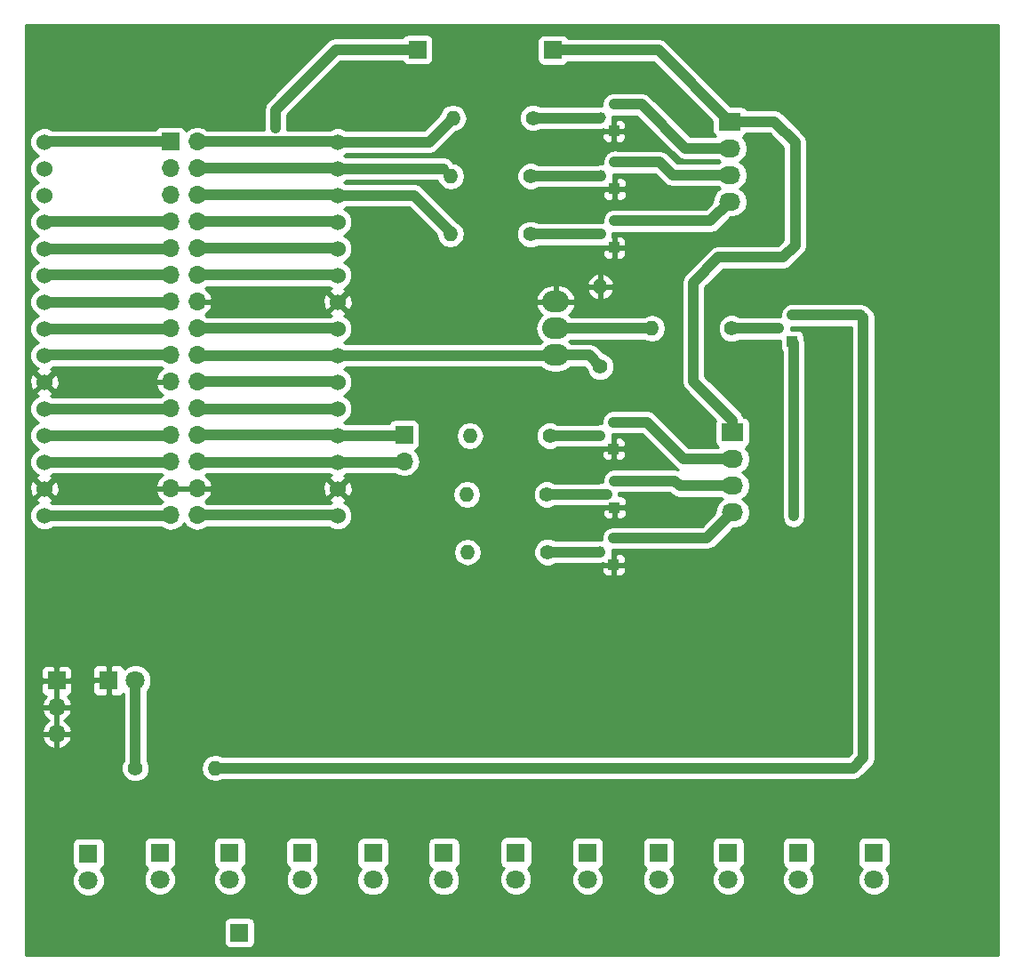
<source format=gbr>
%TF.GenerationSoftware,KiCad,Pcbnew,4.0.5+dfsg1-4*%
%TF.CreationDate,2018-11-05T18:37:42-05:00*%
%TF.ProjectId,ButtonLEDsController,427574746F6E4C454473436F6E74726F,rev?*%
%TF.FileFunction,Copper,L1,Top,Signal*%
%FSLAX46Y46*%
G04 Gerber Fmt 4.6, Leading zero omitted, Abs format (unit mm)*
G04 Created by KiCad (PCBNEW 4.0.5+dfsg1-4) date Mon Nov  5 18:37:42 2018*
%MOMM*%
%LPD*%
G01*
G04 APERTURE LIST*
%ADD10C,0.100000*%
%ADD11R,1.800000X1.800000*%
%ADD12C,1.800000*%
%ADD13O,2.540000X2.032000*%
%ADD14C,1.400000*%
%ADD15O,1.400000X1.400000*%
%ADD16C,1.524000*%
%ADD17C,1.000000*%
%ADD18R,1.000000X1.000000*%
%ADD19R,1.700000X1.700000*%
%ADD20O,1.700000X1.700000*%
%ADD21R,2.032000X1.727200*%
%ADD22O,2.032000X1.727200*%
%ADD23C,0.600000*%
%ADD24C,1.000000*%
%ADD25C,0.250000*%
%ADD26C,0.254000*%
G04 APERTURE END LIST*
D10*
D11*
X21285200Y-93319600D03*
D12*
X21285200Y-95859600D03*
D11*
X28092400Y-93243400D03*
D12*
X28092400Y-95783400D03*
D11*
X34747200Y-93243400D03*
D12*
X34747200Y-95783400D03*
D11*
X41630600Y-93243400D03*
D12*
X41630600Y-95783400D03*
D11*
X48387000Y-93268800D03*
D12*
X48387000Y-95808800D03*
D11*
X55143400Y-93268800D03*
D12*
X55143400Y-95808800D03*
D11*
X62001400Y-93218800D03*
D12*
X62001400Y-95758800D03*
D11*
X68834000Y-93243400D03*
D12*
X68834000Y-95783400D03*
D11*
X75590400Y-93243400D03*
D12*
X75590400Y-95783400D03*
D11*
X82245200Y-93243400D03*
D12*
X82245200Y-95783400D03*
D11*
X88925400Y-93243400D03*
D12*
X88925400Y-95783400D03*
D11*
X96113600Y-93243400D03*
D12*
X96113600Y-95783400D03*
D11*
X23215600Y-76809600D03*
D12*
X25755600Y-76809600D03*
D13*
X65786000Y-43307000D03*
X65786000Y-40767000D03*
X65786000Y-45847000D03*
D14*
X70053200Y-46939200D03*
D15*
X70053200Y-39319200D03*
D14*
X82575400Y-43307000D03*
D15*
X74955400Y-43307000D03*
D14*
X25755600Y-85166200D03*
D15*
X33375600Y-85166200D03*
D14*
X63627000Y-23266400D03*
D15*
X56007000Y-23266400D03*
D14*
X63423800Y-28803600D03*
D15*
X55803800Y-28803600D03*
D14*
X63398400Y-34340800D03*
D15*
X55778400Y-34340800D03*
D14*
X65239900Y-53530500D03*
D15*
X57619900Y-53530500D03*
D14*
X64960500Y-59118500D03*
D15*
X57340500Y-59118500D03*
D14*
X65011300Y-64604900D03*
D15*
X57391300Y-64604900D03*
D16*
X17094200Y-25552400D03*
X17094200Y-28092400D03*
X17094200Y-30632400D03*
X17094200Y-33172400D03*
X17094200Y-35712400D03*
X17094200Y-38252400D03*
X17094200Y-40792400D03*
X17094200Y-43332400D03*
X17094200Y-45872400D03*
X17094200Y-48412400D03*
X17094200Y-50952400D03*
X17094200Y-53492400D03*
X17094200Y-56032400D03*
X17094200Y-58572400D03*
X17094200Y-61112400D03*
X45034200Y-61112400D03*
X45034200Y-58572400D03*
X45034200Y-56032400D03*
X45034200Y-53492400D03*
X45034200Y-50952400D03*
X45034200Y-48412400D03*
X45034200Y-45872400D03*
X45034200Y-43332400D03*
X45034200Y-40792400D03*
X45034200Y-38252400D03*
X45034200Y-35712400D03*
X45034200Y-33172400D03*
X45034200Y-30632400D03*
X45034200Y-28092400D03*
X45034200Y-25552400D03*
D17*
X87045800Y-43307000D03*
X88315800Y-42037000D03*
D18*
X88315800Y-44577000D03*
D17*
X70078600Y-23241000D03*
X71348600Y-21971000D03*
D18*
X71348600Y-24511000D03*
D17*
X70129400Y-28752800D03*
X71399400Y-27482800D03*
D18*
X71399400Y-30022800D03*
D17*
X70104000Y-34340800D03*
X71374000Y-33070800D03*
D18*
X71374000Y-35610800D03*
D17*
X70053200Y-53517800D03*
X71323200Y-52247800D03*
D18*
X71323200Y-54787800D03*
D17*
X70129400Y-59080400D03*
X71399400Y-57810400D03*
D18*
X71399400Y-60350400D03*
D17*
X70053200Y-64541400D03*
X71323200Y-63271400D03*
D18*
X71323200Y-65811400D03*
D19*
X29108400Y-25527000D03*
D20*
X31648400Y-25527000D03*
X29108400Y-28067000D03*
X31648400Y-28067000D03*
X29108400Y-30607000D03*
X31648400Y-30607000D03*
X29108400Y-33147000D03*
X31648400Y-33147000D03*
X29108400Y-35687000D03*
X31648400Y-35687000D03*
X29108400Y-38227000D03*
X31648400Y-38227000D03*
X29108400Y-40767000D03*
X31648400Y-40767000D03*
X29108400Y-43307000D03*
X31648400Y-43307000D03*
X29108400Y-45847000D03*
X31648400Y-45847000D03*
X29108400Y-48387000D03*
X31648400Y-48387000D03*
X29108400Y-50927000D03*
X31648400Y-50927000D03*
X29108400Y-53467000D03*
X31648400Y-53467000D03*
X29108400Y-56007000D03*
X31648400Y-56007000D03*
X29108400Y-58547000D03*
X31648400Y-58547000D03*
X29108400Y-61087000D03*
X31648400Y-61087000D03*
D19*
X18262600Y-76835000D03*
D20*
X18262600Y-79375000D03*
X18262600Y-81915000D03*
D19*
X35661600Y-100838000D03*
X65532000Y-16814800D03*
X52628800Y-16764000D03*
X51358800Y-53441600D03*
D20*
X51358800Y-55981600D03*
D21*
X82384900Y-23622000D03*
D22*
X82384900Y-26162000D03*
X82384900Y-28702000D03*
X82384900Y-31242000D03*
D21*
X82638900Y-53213000D03*
D22*
X82638900Y-55753000D03*
X82638900Y-58293000D03*
X82638900Y-60833000D03*
D23*
X88544400Y-61264800D03*
X39090600Y-24282400D03*
D24*
X65786000Y-43307000D02*
X74955400Y-43307000D01*
X88468200Y-61188600D02*
X88468200Y-44729400D01*
D25*
X88544400Y-61264800D02*
X88468200Y-61188600D01*
X88468200Y-44729400D02*
X88315800Y-44577000D01*
D24*
X25755600Y-76809600D02*
X25755600Y-85166200D01*
X65532000Y-16814800D02*
X75577700Y-16814800D01*
X75577700Y-16814800D02*
X82384900Y-23622000D01*
X82638900Y-53213000D02*
X82638900Y-52070000D01*
X82638900Y-52070000D02*
X78905100Y-48336200D01*
X78905100Y-48336200D02*
X78905100Y-38950900D01*
X78905100Y-38950900D02*
X81305400Y-36550600D01*
X81305400Y-36550600D02*
X87452200Y-36550600D01*
X87452200Y-36550600D02*
X88620600Y-35382200D01*
X88620600Y-35382200D02*
X88620600Y-25590500D01*
X88620600Y-25590500D02*
X86652100Y-23622000D01*
X86652100Y-23622000D02*
X82384900Y-23622000D01*
X17094200Y-61112400D02*
X29083000Y-61112400D01*
D25*
X29083000Y-61112400D02*
X29108400Y-61087000D01*
D24*
X45034200Y-53492400D02*
X51308000Y-53492400D01*
D25*
X51308000Y-53492400D02*
X51358800Y-53441600D01*
D24*
X31648400Y-53467000D02*
X45008800Y-53467000D01*
D25*
X45008800Y-53467000D02*
X45034200Y-53492400D01*
D24*
X45034200Y-56032400D02*
X51308000Y-56032400D01*
D25*
X51308000Y-56032400D02*
X51358800Y-55981600D01*
D24*
X45034200Y-56032400D02*
X31673800Y-56032400D01*
D25*
X31673800Y-56032400D02*
X31648400Y-56007000D01*
D24*
X52628800Y-16764000D02*
X44856400Y-16764000D01*
D25*
X39116000Y-24257000D02*
X39090600Y-24282400D01*
D24*
X39116000Y-22504400D02*
X39116000Y-24257000D01*
X44856400Y-16764000D02*
X39116000Y-22504400D01*
X31648400Y-61087000D02*
X45008800Y-61087000D01*
D25*
X45008800Y-61087000D02*
X45034200Y-61112400D01*
D24*
X17094200Y-50952400D02*
X29083000Y-50952400D01*
D25*
X29083000Y-50952400D02*
X29108400Y-50927000D01*
D24*
X31648400Y-38227000D02*
X45008800Y-38227000D01*
D25*
X45008800Y-38227000D02*
X45034200Y-38252400D01*
D24*
X29108400Y-25527000D02*
X17119600Y-25527000D01*
D25*
X17119600Y-25527000D02*
X17094200Y-25552400D01*
X17094200Y-25552400D02*
X29083000Y-25552400D01*
X29083000Y-25552400D02*
X29108400Y-25527000D01*
D24*
X45034200Y-25552400D02*
X53721000Y-25552400D01*
X53721000Y-25552400D02*
X56007000Y-23266400D01*
X31648400Y-25527000D02*
X45008800Y-25527000D01*
D25*
X45008800Y-25527000D02*
X45034200Y-25552400D01*
D24*
X31648400Y-28067000D02*
X45008800Y-28067000D01*
D25*
X45008800Y-28067000D02*
X45034200Y-28092400D01*
D24*
X45034200Y-28092400D02*
X55092600Y-28092400D01*
D25*
X55092600Y-28092400D02*
X55803800Y-28803600D01*
D24*
X31648400Y-30607000D02*
X45008800Y-30607000D01*
D25*
X45008800Y-30607000D02*
X45034200Y-30632400D01*
X55778400Y-34340800D02*
X55778400Y-34112200D01*
D24*
X55778400Y-34112200D02*
X52298600Y-30632400D01*
X52298600Y-30632400D02*
X45034200Y-30632400D01*
X29108400Y-33147000D02*
X17119600Y-33147000D01*
D25*
X17119600Y-33147000D02*
X17094200Y-33172400D01*
D24*
X31648400Y-33147000D02*
X45008800Y-33147000D01*
D25*
X45008800Y-33147000D02*
X45034200Y-33172400D01*
D24*
X17094200Y-35712400D02*
X29083000Y-35712400D01*
D25*
X29083000Y-35712400D02*
X29108400Y-35687000D01*
D24*
X31648400Y-35687000D02*
X45008800Y-35687000D01*
D25*
X45008800Y-35687000D02*
X45034200Y-35712400D01*
D24*
X29108400Y-38227000D02*
X17119600Y-38227000D01*
D25*
X17119600Y-38227000D02*
X17094200Y-38252400D01*
D24*
X17094200Y-40792400D02*
X29083000Y-40792400D01*
D25*
X29083000Y-40792400D02*
X29108400Y-40767000D01*
D24*
X17094200Y-43332400D02*
X29083000Y-43332400D01*
D25*
X29083000Y-43332400D02*
X29108400Y-43307000D01*
D24*
X31648400Y-43307000D02*
X45008800Y-43307000D01*
D25*
X45008800Y-43307000D02*
X45034200Y-43332400D01*
D24*
X29108400Y-45847000D02*
X17119600Y-45847000D01*
D25*
X17119600Y-45847000D02*
X17094200Y-45872400D01*
D24*
X45034200Y-45872400D02*
X31673800Y-45872400D01*
D25*
X31673800Y-45872400D02*
X31648400Y-45847000D01*
D24*
X45034200Y-45872400D02*
X65760600Y-45872400D01*
D25*
X65760600Y-45872400D02*
X65786000Y-45847000D01*
D24*
X65786000Y-45847000D02*
X68961000Y-45847000D01*
X68961000Y-45847000D02*
X70053200Y-46939200D01*
X31648400Y-48387000D02*
X45008800Y-48387000D01*
D25*
X45008800Y-48387000D02*
X45034200Y-48412400D01*
D24*
X45034200Y-50952400D02*
X31673800Y-50952400D01*
D25*
X31673800Y-50952400D02*
X31648400Y-50927000D01*
D24*
X17094200Y-53492400D02*
X29083000Y-53492400D01*
D25*
X29083000Y-53492400D02*
X29108400Y-53467000D01*
D24*
X17094200Y-56032400D02*
X29083000Y-56032400D01*
D25*
X29083000Y-56032400D02*
X29108400Y-56007000D01*
D24*
X71348600Y-21971000D02*
X73990200Y-21971000D01*
X78181200Y-26162000D02*
X82384900Y-26162000D01*
X73990200Y-21971000D02*
X78181200Y-26162000D01*
X71399400Y-27482800D02*
X75704700Y-27482800D01*
X76923900Y-28702000D02*
X82384900Y-28702000D01*
X75704700Y-27482800D02*
X76923900Y-28702000D01*
X71450200Y-27432000D02*
X71399400Y-27482800D01*
X71374000Y-33070800D02*
X80556100Y-33070800D01*
X80556100Y-33070800D02*
X82384900Y-31242000D01*
X71323200Y-52247800D02*
X74485500Y-52247800D01*
X77990700Y-55753000D02*
X82638900Y-55753000D01*
X74485500Y-52247800D02*
X77990700Y-55753000D01*
X71399400Y-57810400D02*
X77139800Y-57810400D01*
X77622400Y-58293000D02*
X82638900Y-58293000D01*
X77139800Y-57810400D02*
X77622400Y-58293000D01*
D25*
X82296000Y-57810400D02*
X82321400Y-57785000D01*
D24*
X71323200Y-63271400D02*
X80200500Y-63271400D01*
X80200500Y-63271400D02*
X82638900Y-60833000D01*
X82575400Y-43307000D02*
X87045800Y-43307000D01*
X33375600Y-85166200D02*
X94132400Y-85166200D01*
X94843600Y-42037000D02*
X88315800Y-42037000D01*
D25*
X95097600Y-42291000D02*
X94843600Y-42037000D01*
D24*
X95097600Y-84201000D02*
X95097600Y-42291000D01*
X94132400Y-85166200D02*
X95097600Y-84201000D01*
X63627000Y-23266400D02*
X70053200Y-23266400D01*
D25*
X70053200Y-23266400D02*
X70078600Y-23241000D01*
D24*
X63423800Y-28803600D02*
X70078600Y-28803600D01*
D25*
X70078600Y-28803600D02*
X70129400Y-28752800D01*
D24*
X63398400Y-34340800D02*
X70104000Y-34340800D01*
X65239900Y-53530500D02*
X70040500Y-53530500D01*
D25*
X70040500Y-53530500D02*
X70053200Y-53517800D01*
D24*
X64960500Y-59118500D02*
X70091300Y-59118500D01*
X70091300Y-59118500D02*
X70129400Y-59080400D01*
X64960500Y-59118500D02*
X70675500Y-59118500D01*
D25*
X70675500Y-59118500D02*
X70688200Y-59131200D01*
D24*
X65011300Y-64604900D02*
X69989700Y-64604900D01*
D25*
X69989700Y-64604900D02*
X70053200Y-64541400D01*
D26*
G36*
X107912700Y-102997800D02*
X15315400Y-102997800D01*
X15315400Y-99988000D01*
X34164160Y-99988000D01*
X34164160Y-101688000D01*
X34208438Y-101923317D01*
X34347510Y-102139441D01*
X34559710Y-102284431D01*
X34811600Y-102335440D01*
X36511600Y-102335440D01*
X36746917Y-102291162D01*
X36963041Y-102152090D01*
X37108031Y-101939890D01*
X37159040Y-101688000D01*
X37159040Y-99988000D01*
X37114762Y-99752683D01*
X36975690Y-99536559D01*
X36763490Y-99391569D01*
X36511600Y-99340560D01*
X34811600Y-99340560D01*
X34576283Y-99384838D01*
X34360159Y-99523910D01*
X34215169Y-99736110D01*
X34164160Y-99988000D01*
X15315400Y-99988000D01*
X15315400Y-92419600D01*
X19737760Y-92419600D01*
X19737760Y-94219600D01*
X19782038Y-94454917D01*
X19921110Y-94671041D01*
X20133310Y-94816031D01*
X20153734Y-94820167D01*
X19984649Y-94988957D01*
X19750467Y-95552930D01*
X19749935Y-96163591D01*
X19983132Y-96727971D01*
X20414557Y-97160151D01*
X20978530Y-97394333D01*
X21589191Y-97394865D01*
X22153571Y-97161668D01*
X22585751Y-96730243D01*
X22819933Y-96166270D01*
X22820465Y-95555609D01*
X22587268Y-94991229D01*
X22419320Y-94822987D01*
X22420517Y-94822762D01*
X22636641Y-94683690D01*
X22781631Y-94471490D01*
X22832640Y-94219600D01*
X22832640Y-92419600D01*
X22818302Y-92343400D01*
X26544960Y-92343400D01*
X26544960Y-94143400D01*
X26589238Y-94378717D01*
X26728310Y-94594841D01*
X26940510Y-94739831D01*
X26960934Y-94743967D01*
X26791849Y-94912757D01*
X26557667Y-95476730D01*
X26557135Y-96087391D01*
X26790332Y-96651771D01*
X27221757Y-97083951D01*
X27785730Y-97318133D01*
X28396391Y-97318665D01*
X28960771Y-97085468D01*
X29392951Y-96654043D01*
X29627133Y-96090070D01*
X29627665Y-95479409D01*
X29394468Y-94915029D01*
X29226520Y-94746787D01*
X29227717Y-94746562D01*
X29443841Y-94607490D01*
X29588831Y-94395290D01*
X29639840Y-94143400D01*
X29639840Y-92343400D01*
X33199760Y-92343400D01*
X33199760Y-94143400D01*
X33244038Y-94378717D01*
X33383110Y-94594841D01*
X33595310Y-94739831D01*
X33615734Y-94743967D01*
X33446649Y-94912757D01*
X33212467Y-95476730D01*
X33211935Y-96087391D01*
X33445132Y-96651771D01*
X33876557Y-97083951D01*
X34440530Y-97318133D01*
X35051191Y-97318665D01*
X35615571Y-97085468D01*
X36047751Y-96654043D01*
X36281933Y-96090070D01*
X36282465Y-95479409D01*
X36049268Y-94915029D01*
X35881320Y-94746787D01*
X35882517Y-94746562D01*
X36098641Y-94607490D01*
X36243631Y-94395290D01*
X36294640Y-94143400D01*
X36294640Y-92343400D01*
X40083160Y-92343400D01*
X40083160Y-94143400D01*
X40127438Y-94378717D01*
X40266510Y-94594841D01*
X40478710Y-94739831D01*
X40499134Y-94743967D01*
X40330049Y-94912757D01*
X40095867Y-95476730D01*
X40095335Y-96087391D01*
X40328532Y-96651771D01*
X40759957Y-97083951D01*
X41323930Y-97318133D01*
X41934591Y-97318665D01*
X42498971Y-97085468D01*
X42931151Y-96654043D01*
X43165333Y-96090070D01*
X43165865Y-95479409D01*
X42932668Y-94915029D01*
X42764720Y-94746787D01*
X42765917Y-94746562D01*
X42982041Y-94607490D01*
X43127031Y-94395290D01*
X43178040Y-94143400D01*
X43178040Y-92368800D01*
X46839560Y-92368800D01*
X46839560Y-94168800D01*
X46883838Y-94404117D01*
X47022910Y-94620241D01*
X47235110Y-94765231D01*
X47255534Y-94769367D01*
X47086449Y-94938157D01*
X46852267Y-95502130D01*
X46851735Y-96112791D01*
X47084932Y-96677171D01*
X47516357Y-97109351D01*
X48080330Y-97343533D01*
X48690991Y-97344065D01*
X49255371Y-97110868D01*
X49687551Y-96679443D01*
X49921733Y-96115470D01*
X49922265Y-95504809D01*
X49689068Y-94940429D01*
X49521120Y-94772187D01*
X49522317Y-94771962D01*
X49738441Y-94632890D01*
X49883431Y-94420690D01*
X49934440Y-94168800D01*
X49934440Y-92368800D01*
X53595960Y-92368800D01*
X53595960Y-94168800D01*
X53640238Y-94404117D01*
X53779310Y-94620241D01*
X53991510Y-94765231D01*
X54011934Y-94769367D01*
X53842849Y-94938157D01*
X53608667Y-95502130D01*
X53608135Y-96112791D01*
X53841332Y-96677171D01*
X54272757Y-97109351D01*
X54836730Y-97343533D01*
X55447391Y-97344065D01*
X56011771Y-97110868D01*
X56443951Y-96679443D01*
X56678133Y-96115470D01*
X56678665Y-95504809D01*
X56445468Y-94940429D01*
X56277520Y-94772187D01*
X56278717Y-94771962D01*
X56494841Y-94632890D01*
X56639831Y-94420690D01*
X56690840Y-94168800D01*
X56690840Y-92368800D01*
X56681432Y-92318800D01*
X60453960Y-92318800D01*
X60453960Y-94118800D01*
X60498238Y-94354117D01*
X60637310Y-94570241D01*
X60849510Y-94715231D01*
X60869934Y-94719367D01*
X60700849Y-94888157D01*
X60466667Y-95452130D01*
X60466135Y-96062791D01*
X60699332Y-96627171D01*
X61130757Y-97059351D01*
X61694730Y-97293533D01*
X62305391Y-97294065D01*
X62869771Y-97060868D01*
X63301951Y-96629443D01*
X63536133Y-96065470D01*
X63536665Y-95454809D01*
X63303468Y-94890429D01*
X63135520Y-94722187D01*
X63136717Y-94721962D01*
X63352841Y-94582890D01*
X63497831Y-94370690D01*
X63548840Y-94118800D01*
X63548840Y-92343400D01*
X67286560Y-92343400D01*
X67286560Y-94143400D01*
X67330838Y-94378717D01*
X67469910Y-94594841D01*
X67682110Y-94739831D01*
X67702534Y-94743967D01*
X67533449Y-94912757D01*
X67299267Y-95476730D01*
X67298735Y-96087391D01*
X67531932Y-96651771D01*
X67963357Y-97083951D01*
X68527330Y-97318133D01*
X69137991Y-97318665D01*
X69702371Y-97085468D01*
X70134551Y-96654043D01*
X70368733Y-96090070D01*
X70369265Y-95479409D01*
X70136068Y-94915029D01*
X69968120Y-94746787D01*
X69969317Y-94746562D01*
X70185441Y-94607490D01*
X70330431Y-94395290D01*
X70381440Y-94143400D01*
X70381440Y-92343400D01*
X74042960Y-92343400D01*
X74042960Y-94143400D01*
X74087238Y-94378717D01*
X74226310Y-94594841D01*
X74438510Y-94739831D01*
X74458934Y-94743967D01*
X74289849Y-94912757D01*
X74055667Y-95476730D01*
X74055135Y-96087391D01*
X74288332Y-96651771D01*
X74719757Y-97083951D01*
X75283730Y-97318133D01*
X75894391Y-97318665D01*
X76458771Y-97085468D01*
X76890951Y-96654043D01*
X77125133Y-96090070D01*
X77125665Y-95479409D01*
X76892468Y-94915029D01*
X76724520Y-94746787D01*
X76725717Y-94746562D01*
X76941841Y-94607490D01*
X77086831Y-94395290D01*
X77137840Y-94143400D01*
X77137840Y-92343400D01*
X80697760Y-92343400D01*
X80697760Y-94143400D01*
X80742038Y-94378717D01*
X80881110Y-94594841D01*
X81093310Y-94739831D01*
X81113734Y-94743967D01*
X80944649Y-94912757D01*
X80710467Y-95476730D01*
X80709935Y-96087391D01*
X80943132Y-96651771D01*
X81374557Y-97083951D01*
X81938530Y-97318133D01*
X82549191Y-97318665D01*
X83113571Y-97085468D01*
X83545751Y-96654043D01*
X83779933Y-96090070D01*
X83780465Y-95479409D01*
X83547268Y-94915029D01*
X83379320Y-94746787D01*
X83380517Y-94746562D01*
X83596641Y-94607490D01*
X83741631Y-94395290D01*
X83792640Y-94143400D01*
X83792640Y-92343400D01*
X87377960Y-92343400D01*
X87377960Y-94143400D01*
X87422238Y-94378717D01*
X87561310Y-94594841D01*
X87773510Y-94739831D01*
X87793934Y-94743967D01*
X87624849Y-94912757D01*
X87390667Y-95476730D01*
X87390135Y-96087391D01*
X87623332Y-96651771D01*
X88054757Y-97083951D01*
X88618730Y-97318133D01*
X89229391Y-97318665D01*
X89793771Y-97085468D01*
X90225951Y-96654043D01*
X90460133Y-96090070D01*
X90460665Y-95479409D01*
X90227468Y-94915029D01*
X90059520Y-94746787D01*
X90060717Y-94746562D01*
X90276841Y-94607490D01*
X90421831Y-94395290D01*
X90472840Y-94143400D01*
X90472840Y-92343400D01*
X94566160Y-92343400D01*
X94566160Y-94143400D01*
X94610438Y-94378717D01*
X94749510Y-94594841D01*
X94961710Y-94739831D01*
X94982134Y-94743967D01*
X94813049Y-94912757D01*
X94578867Y-95476730D01*
X94578335Y-96087391D01*
X94811532Y-96651771D01*
X95242957Y-97083951D01*
X95806930Y-97318133D01*
X96417591Y-97318665D01*
X96981971Y-97085468D01*
X97414151Y-96654043D01*
X97648333Y-96090070D01*
X97648865Y-95479409D01*
X97415668Y-94915029D01*
X97247720Y-94746787D01*
X97248917Y-94746562D01*
X97465041Y-94607490D01*
X97610031Y-94395290D01*
X97661040Y-94143400D01*
X97661040Y-92343400D01*
X97616762Y-92108083D01*
X97477690Y-91891959D01*
X97265490Y-91746969D01*
X97013600Y-91695960D01*
X95213600Y-91695960D01*
X94978283Y-91740238D01*
X94762159Y-91879310D01*
X94617169Y-92091510D01*
X94566160Y-92343400D01*
X90472840Y-92343400D01*
X90428562Y-92108083D01*
X90289490Y-91891959D01*
X90077290Y-91746969D01*
X89825400Y-91695960D01*
X88025400Y-91695960D01*
X87790083Y-91740238D01*
X87573959Y-91879310D01*
X87428969Y-92091510D01*
X87377960Y-92343400D01*
X83792640Y-92343400D01*
X83748362Y-92108083D01*
X83609290Y-91891959D01*
X83397090Y-91746969D01*
X83145200Y-91695960D01*
X81345200Y-91695960D01*
X81109883Y-91740238D01*
X80893759Y-91879310D01*
X80748769Y-92091510D01*
X80697760Y-92343400D01*
X77137840Y-92343400D01*
X77093562Y-92108083D01*
X76954490Y-91891959D01*
X76742290Y-91746969D01*
X76490400Y-91695960D01*
X74690400Y-91695960D01*
X74455083Y-91740238D01*
X74238959Y-91879310D01*
X74093969Y-92091510D01*
X74042960Y-92343400D01*
X70381440Y-92343400D01*
X70337162Y-92108083D01*
X70198090Y-91891959D01*
X69985890Y-91746969D01*
X69734000Y-91695960D01*
X67934000Y-91695960D01*
X67698683Y-91740238D01*
X67482559Y-91879310D01*
X67337569Y-92091510D01*
X67286560Y-92343400D01*
X63548840Y-92343400D01*
X63548840Y-92318800D01*
X63504562Y-92083483D01*
X63365490Y-91867359D01*
X63153290Y-91722369D01*
X62901400Y-91671360D01*
X61101400Y-91671360D01*
X60866083Y-91715638D01*
X60649959Y-91854710D01*
X60504969Y-92066910D01*
X60453960Y-92318800D01*
X56681432Y-92318800D01*
X56646562Y-92133483D01*
X56507490Y-91917359D01*
X56295290Y-91772369D01*
X56043400Y-91721360D01*
X54243400Y-91721360D01*
X54008083Y-91765638D01*
X53791959Y-91904710D01*
X53646969Y-92116910D01*
X53595960Y-92368800D01*
X49934440Y-92368800D01*
X49890162Y-92133483D01*
X49751090Y-91917359D01*
X49538890Y-91772369D01*
X49287000Y-91721360D01*
X47487000Y-91721360D01*
X47251683Y-91765638D01*
X47035559Y-91904710D01*
X46890569Y-92116910D01*
X46839560Y-92368800D01*
X43178040Y-92368800D01*
X43178040Y-92343400D01*
X43133762Y-92108083D01*
X42994690Y-91891959D01*
X42782490Y-91746969D01*
X42530600Y-91695960D01*
X40730600Y-91695960D01*
X40495283Y-91740238D01*
X40279159Y-91879310D01*
X40134169Y-92091510D01*
X40083160Y-92343400D01*
X36294640Y-92343400D01*
X36250362Y-92108083D01*
X36111290Y-91891959D01*
X35899090Y-91746969D01*
X35647200Y-91695960D01*
X33847200Y-91695960D01*
X33611883Y-91740238D01*
X33395759Y-91879310D01*
X33250769Y-92091510D01*
X33199760Y-92343400D01*
X29639840Y-92343400D01*
X29595562Y-92108083D01*
X29456490Y-91891959D01*
X29244290Y-91746969D01*
X28992400Y-91695960D01*
X27192400Y-91695960D01*
X26957083Y-91740238D01*
X26740959Y-91879310D01*
X26595969Y-92091510D01*
X26544960Y-92343400D01*
X22818302Y-92343400D01*
X22788362Y-92184283D01*
X22649290Y-91968159D01*
X22437090Y-91823169D01*
X22185200Y-91772160D01*
X20385200Y-91772160D01*
X20149883Y-91816438D01*
X19933759Y-91955510D01*
X19788769Y-92167710D01*
X19737760Y-92419600D01*
X15315400Y-92419600D01*
X15315400Y-82271890D01*
X16821124Y-82271890D01*
X16990955Y-82681924D01*
X17381242Y-83110183D01*
X17905708Y-83356486D01*
X18135600Y-83235819D01*
X18135600Y-82042000D01*
X18389600Y-82042000D01*
X18389600Y-83235819D01*
X18619492Y-83356486D01*
X19143958Y-83110183D01*
X19534245Y-82681924D01*
X19704076Y-82271890D01*
X19582755Y-82042000D01*
X18389600Y-82042000D01*
X18135600Y-82042000D01*
X16942445Y-82042000D01*
X16821124Y-82271890D01*
X15315400Y-82271890D01*
X15315400Y-79731890D01*
X16821124Y-79731890D01*
X16990955Y-80141924D01*
X17381242Y-80570183D01*
X17540554Y-80645000D01*
X17381242Y-80719817D01*
X16990955Y-81148076D01*
X16821124Y-81558110D01*
X16942445Y-81788000D01*
X18135600Y-81788000D01*
X18135600Y-79502000D01*
X18389600Y-79502000D01*
X18389600Y-81788000D01*
X19582755Y-81788000D01*
X19704076Y-81558110D01*
X19534245Y-81148076D01*
X19143958Y-80719817D01*
X18984646Y-80645000D01*
X19143958Y-80570183D01*
X19534245Y-80141924D01*
X19704076Y-79731890D01*
X19582755Y-79502000D01*
X18389600Y-79502000D01*
X18135600Y-79502000D01*
X16942445Y-79502000D01*
X16821124Y-79731890D01*
X15315400Y-79731890D01*
X15315400Y-77120750D01*
X16777600Y-77120750D01*
X16777600Y-77811310D01*
X16874273Y-78044699D01*
X17052902Y-78223327D01*
X17262478Y-78310136D01*
X16990955Y-78608076D01*
X16821124Y-79018110D01*
X16942445Y-79248000D01*
X18135600Y-79248000D01*
X18135600Y-76962000D01*
X18389600Y-76962000D01*
X18389600Y-79248000D01*
X19582755Y-79248000D01*
X19704076Y-79018110D01*
X19534245Y-78608076D01*
X19262722Y-78310136D01*
X19472298Y-78223327D01*
X19650927Y-78044699D01*
X19747600Y-77811310D01*
X19747600Y-77120750D01*
X19722200Y-77095350D01*
X21680600Y-77095350D01*
X21680600Y-77835910D01*
X21777273Y-78069299D01*
X21955902Y-78247927D01*
X22189291Y-78344600D01*
X22929850Y-78344600D01*
X23088600Y-78185850D01*
X23088600Y-76936600D01*
X21839350Y-76936600D01*
X21680600Y-77095350D01*
X19722200Y-77095350D01*
X19588850Y-76962000D01*
X18389600Y-76962000D01*
X18135600Y-76962000D01*
X16936350Y-76962000D01*
X16777600Y-77120750D01*
X15315400Y-77120750D01*
X15315400Y-75858690D01*
X16777600Y-75858690D01*
X16777600Y-76549250D01*
X16936350Y-76708000D01*
X18135600Y-76708000D01*
X18135600Y-75508750D01*
X18389600Y-75508750D01*
X18389600Y-76708000D01*
X19588850Y-76708000D01*
X19747600Y-76549250D01*
X19747600Y-75858690D01*
X19716369Y-75783290D01*
X21680600Y-75783290D01*
X21680600Y-76523850D01*
X21839350Y-76682600D01*
X23088600Y-76682600D01*
X23088600Y-75433350D01*
X23342600Y-75433350D01*
X23342600Y-76682600D01*
X23362600Y-76682600D01*
X23362600Y-76936600D01*
X23342600Y-76936600D01*
X23342600Y-78185850D01*
X23501350Y-78344600D01*
X24241909Y-78344600D01*
X24475298Y-78247927D01*
X24620600Y-78102626D01*
X24620600Y-84418393D01*
X24420832Y-84899487D01*
X24420369Y-85430583D01*
X24623182Y-85921429D01*
X24998396Y-86297298D01*
X25488887Y-86500968D01*
X26019983Y-86501431D01*
X26510829Y-86298618D01*
X26886698Y-85923404D01*
X27090368Y-85432913D01*
X27090600Y-85166200D01*
X32014446Y-85166200D01*
X32116067Y-85677082D01*
X32405458Y-86110188D01*
X32838564Y-86399579D01*
X33349446Y-86501200D01*
X33401754Y-86501200D01*
X33912636Y-86399579D01*
X34059871Y-86301200D01*
X94132400Y-86301200D01*
X94566746Y-86214803D01*
X94934966Y-85968766D01*
X95900166Y-85003566D01*
X96146203Y-84635346D01*
X96232600Y-84201000D01*
X96232600Y-42291000D01*
X96146203Y-41856654D01*
X95900166Y-41488434D01*
X95747904Y-41386696D01*
X95646166Y-41234434D01*
X95277946Y-40988397D01*
X94843600Y-40902000D01*
X88316790Y-40902000D01*
X88091025Y-40901803D01*
X87673714Y-41074233D01*
X87354155Y-41393235D01*
X87180997Y-41810244D01*
X87180681Y-42172117D01*
X86821025Y-42171803D01*
X86820548Y-42172000D01*
X83323207Y-42172000D01*
X82842113Y-41972232D01*
X82311017Y-41971769D01*
X81820171Y-42174582D01*
X81444302Y-42549796D01*
X81240632Y-43040287D01*
X81240169Y-43571383D01*
X81442982Y-44062229D01*
X81818196Y-44438098D01*
X82308687Y-44641768D01*
X82839783Y-44642231D01*
X83324380Y-44442000D01*
X87044809Y-44442000D01*
X87168360Y-44442108D01*
X87168360Y-45077000D01*
X87212638Y-45312317D01*
X87333200Y-45499676D01*
X87333200Y-61188600D01*
X87419597Y-61622946D01*
X87665634Y-61991166D01*
X88033854Y-62237203D01*
X88468200Y-62323600D01*
X88902546Y-62237203D01*
X89270766Y-61991166D01*
X89516803Y-61622946D01*
X89603200Y-61188600D01*
X89603200Y-44729400D01*
X89516803Y-44295054D01*
X89463240Y-44214891D01*
X89463240Y-44077000D01*
X89418962Y-43841683D01*
X89279890Y-43625559D01*
X89067690Y-43480569D01*
X88815800Y-43429560D01*
X88180694Y-43429560D01*
X88180919Y-43171883D01*
X88540575Y-43172197D01*
X88541052Y-43172000D01*
X93962600Y-43172000D01*
X93962600Y-83730868D01*
X93662268Y-84031200D01*
X34059871Y-84031200D01*
X33912636Y-83932821D01*
X33401754Y-83831200D01*
X33349446Y-83831200D01*
X32838564Y-83932821D01*
X32405458Y-84222212D01*
X32116067Y-84655318D01*
X32014446Y-85166200D01*
X27090600Y-85166200D01*
X27090831Y-84901817D01*
X26890600Y-84417220D01*
X26890600Y-77845505D01*
X27056151Y-77680243D01*
X27290333Y-77116270D01*
X27290865Y-76505609D01*
X27057668Y-75941229D01*
X26626243Y-75509049D01*
X26062270Y-75274867D01*
X25451609Y-75274335D01*
X24887229Y-75507532D01*
X24709759Y-75684692D01*
X24653927Y-75549901D01*
X24475298Y-75371273D01*
X24241909Y-75274600D01*
X23501350Y-75274600D01*
X23342600Y-75433350D01*
X23088600Y-75433350D01*
X22929850Y-75274600D01*
X22189291Y-75274600D01*
X21955902Y-75371273D01*
X21777273Y-75549901D01*
X21680600Y-75783290D01*
X19716369Y-75783290D01*
X19650927Y-75625301D01*
X19472298Y-75446673D01*
X19238909Y-75350000D01*
X18548350Y-75350000D01*
X18389600Y-75508750D01*
X18135600Y-75508750D01*
X17976850Y-75350000D01*
X17286291Y-75350000D01*
X17052902Y-75446673D01*
X16874273Y-75625301D01*
X16777600Y-75858690D01*
X15315400Y-75858690D01*
X15315400Y-66097150D01*
X70188200Y-66097150D01*
X70188200Y-66437710D01*
X70284873Y-66671099D01*
X70463502Y-66849727D01*
X70696891Y-66946400D01*
X71037450Y-66946400D01*
X71196200Y-66787650D01*
X71196200Y-65938400D01*
X71450200Y-65938400D01*
X71450200Y-66787650D01*
X71608950Y-66946400D01*
X71949509Y-66946400D01*
X72182898Y-66849727D01*
X72361527Y-66671099D01*
X72458200Y-66437710D01*
X72458200Y-66097150D01*
X72299450Y-65938400D01*
X71450200Y-65938400D01*
X71196200Y-65938400D01*
X70346950Y-65938400D01*
X70188200Y-66097150D01*
X15315400Y-66097150D01*
X15315400Y-64604900D01*
X56030146Y-64604900D01*
X56131767Y-65115782D01*
X56421158Y-65548888D01*
X56854264Y-65838279D01*
X57365146Y-65939900D01*
X57417454Y-65939900D01*
X57928336Y-65838279D01*
X58361442Y-65548888D01*
X58650833Y-65115782D01*
X58752454Y-64604900D01*
X58650833Y-64094018D01*
X58361442Y-63660912D01*
X57928336Y-63371521D01*
X57417454Y-63269900D01*
X57365146Y-63269900D01*
X56854264Y-63371521D01*
X56421158Y-63660912D01*
X56131767Y-64094018D01*
X56030146Y-64604900D01*
X15315400Y-64604900D01*
X15315400Y-61389061D01*
X15696958Y-61389061D01*
X15909190Y-61902703D01*
X16301830Y-62296029D01*
X16815100Y-62509157D01*
X17370861Y-62509642D01*
X17884503Y-62297410D01*
X17934600Y-62247400D01*
X28194398Y-62247400D01*
X28511022Y-62458961D01*
X29079307Y-62572000D01*
X29137493Y-62572000D01*
X29705778Y-62458961D01*
X30187547Y-62137054D01*
X30378400Y-61851422D01*
X30569253Y-62137054D01*
X31051022Y-62458961D01*
X31619307Y-62572000D01*
X31677493Y-62572000D01*
X32245778Y-62458961D01*
X32600416Y-62222000D01*
X44167930Y-62222000D01*
X44241830Y-62296029D01*
X44755100Y-62509157D01*
X45310861Y-62509642D01*
X45824503Y-62297410D01*
X46217829Y-61904770D01*
X46430957Y-61391500D01*
X46431442Y-60835739D01*
X46348974Y-60636150D01*
X70264400Y-60636150D01*
X70264400Y-60976710D01*
X70361073Y-61210099D01*
X70539702Y-61388727D01*
X70773091Y-61485400D01*
X71113650Y-61485400D01*
X71272400Y-61326650D01*
X71272400Y-60477400D01*
X71526400Y-60477400D01*
X71526400Y-61326650D01*
X71685150Y-61485400D01*
X72025709Y-61485400D01*
X72259098Y-61388727D01*
X72437727Y-61210099D01*
X72534400Y-60976710D01*
X72534400Y-60636150D01*
X72375650Y-60477400D01*
X71526400Y-60477400D01*
X71272400Y-60477400D01*
X70423150Y-60477400D01*
X70264400Y-60636150D01*
X46348974Y-60636150D01*
X46219210Y-60322097D01*
X45826570Y-59928771D01*
X45634473Y-59849005D01*
X45765343Y-59794797D01*
X45834808Y-59552613D01*
X45034200Y-58752005D01*
X44233592Y-59552613D01*
X44303057Y-59794797D01*
X44443518Y-59844909D01*
X44243897Y-59927390D01*
X44219244Y-59952000D01*
X32600416Y-59952000D01*
X32386847Y-59809298D01*
X32529758Y-59742183D01*
X32920045Y-59313924D01*
X33089876Y-58903890D01*
X32968555Y-58674000D01*
X31775400Y-58674000D01*
X31775400Y-58694000D01*
X31521400Y-58694000D01*
X31521400Y-58674000D01*
X29235400Y-58674000D01*
X29235400Y-58694000D01*
X28981400Y-58694000D01*
X28981400Y-58674000D01*
X27788245Y-58674000D01*
X27666924Y-58903890D01*
X27836755Y-59313924D01*
X28227042Y-59742183D01*
X28369953Y-59809298D01*
X28118370Y-59977400D01*
X17935114Y-59977400D01*
X17886570Y-59928771D01*
X17694473Y-59849005D01*
X17825343Y-59794797D01*
X17894808Y-59552613D01*
X17094200Y-58752005D01*
X16293592Y-59552613D01*
X16363057Y-59794797D01*
X16503518Y-59844909D01*
X16303897Y-59927390D01*
X15910571Y-60320030D01*
X15697443Y-60833300D01*
X15696958Y-61389061D01*
X15315400Y-61389061D01*
X15315400Y-58364702D01*
X15685056Y-58364702D01*
X15712838Y-58919768D01*
X15871803Y-59303543D01*
X16113987Y-59373008D01*
X16914595Y-58572400D01*
X17273805Y-58572400D01*
X18074413Y-59373008D01*
X18316597Y-59303543D01*
X18503344Y-58780098D01*
X18475562Y-58225032D01*
X18316597Y-57841257D01*
X18074413Y-57771792D01*
X17273805Y-58572400D01*
X16914595Y-58572400D01*
X16113987Y-57771792D01*
X15871803Y-57841257D01*
X15685056Y-58364702D01*
X15315400Y-58364702D01*
X15315400Y-48204702D01*
X15685056Y-48204702D01*
X15712838Y-48759768D01*
X15871803Y-49143543D01*
X16113987Y-49213008D01*
X16914595Y-48412400D01*
X17273805Y-48412400D01*
X18074413Y-49213008D01*
X18316597Y-49143543D01*
X18503344Y-48620098D01*
X18475562Y-48065032D01*
X18316597Y-47681257D01*
X18074413Y-47611792D01*
X17273805Y-48412400D01*
X16914595Y-48412400D01*
X16113987Y-47611792D01*
X15871803Y-47681257D01*
X15685056Y-48204702D01*
X15315400Y-48204702D01*
X15315400Y-25829061D01*
X15696958Y-25829061D01*
X15909190Y-26342703D01*
X16301830Y-26736029D01*
X16509712Y-26822349D01*
X16303897Y-26907390D01*
X15910571Y-27300030D01*
X15697443Y-27813300D01*
X15696958Y-28369061D01*
X15909190Y-28882703D01*
X16301830Y-29276029D01*
X16509712Y-29362349D01*
X16303897Y-29447390D01*
X15910571Y-29840030D01*
X15697443Y-30353300D01*
X15696958Y-30909061D01*
X15909190Y-31422703D01*
X16301830Y-31816029D01*
X16509712Y-31902349D01*
X16303897Y-31987390D01*
X15910571Y-32380030D01*
X15697443Y-32893300D01*
X15696958Y-33449061D01*
X15909190Y-33962703D01*
X16301830Y-34356029D01*
X16509712Y-34442349D01*
X16303897Y-34527390D01*
X15910571Y-34920030D01*
X15697443Y-35433300D01*
X15696958Y-35989061D01*
X15909190Y-36502703D01*
X16301830Y-36896029D01*
X16509712Y-36982349D01*
X16303897Y-37067390D01*
X15910571Y-37460030D01*
X15697443Y-37973300D01*
X15696958Y-38529061D01*
X15909190Y-39042703D01*
X16301830Y-39436029D01*
X16509712Y-39522349D01*
X16303897Y-39607390D01*
X15910571Y-40000030D01*
X15697443Y-40513300D01*
X15696958Y-41069061D01*
X15909190Y-41582703D01*
X16301830Y-41976029D01*
X16509712Y-42062349D01*
X16303897Y-42147390D01*
X15910571Y-42540030D01*
X15697443Y-43053300D01*
X15696958Y-43609061D01*
X15909190Y-44122703D01*
X16301830Y-44516029D01*
X16509712Y-44602349D01*
X16303897Y-44687390D01*
X15910571Y-45080030D01*
X15697443Y-45593300D01*
X15696958Y-46149061D01*
X15909190Y-46662703D01*
X16301830Y-47056029D01*
X16493927Y-47135795D01*
X16363057Y-47190003D01*
X16293592Y-47432187D01*
X17094200Y-48232795D01*
X17894808Y-47432187D01*
X17825343Y-47190003D01*
X17684882Y-47139891D01*
X17884503Y-47057410D01*
X17960045Y-46982000D01*
X28156384Y-46982000D01*
X28369953Y-47124702D01*
X28227042Y-47191817D01*
X27836755Y-47620076D01*
X27666924Y-48030110D01*
X27788245Y-48260000D01*
X28981400Y-48260000D01*
X28981400Y-48240000D01*
X29235400Y-48240000D01*
X29235400Y-48260000D01*
X29255400Y-48260000D01*
X29255400Y-48514000D01*
X29235400Y-48514000D01*
X29235400Y-48534000D01*
X28981400Y-48534000D01*
X28981400Y-48514000D01*
X27788245Y-48514000D01*
X27666924Y-48743890D01*
X27836755Y-49153924D01*
X28227042Y-49582183D01*
X28369953Y-49649298D01*
X28118370Y-49817400D01*
X17935114Y-49817400D01*
X17886570Y-49768771D01*
X17694473Y-49689005D01*
X17825343Y-49634797D01*
X17894808Y-49392613D01*
X17094200Y-48592005D01*
X16293592Y-49392613D01*
X16363057Y-49634797D01*
X16503518Y-49684909D01*
X16303897Y-49767390D01*
X15910571Y-50160030D01*
X15697443Y-50673300D01*
X15696958Y-51229061D01*
X15909190Y-51742703D01*
X16301830Y-52136029D01*
X16509712Y-52222349D01*
X16303897Y-52307390D01*
X15910571Y-52700030D01*
X15697443Y-53213300D01*
X15696958Y-53769061D01*
X15909190Y-54282703D01*
X16301830Y-54676029D01*
X16509712Y-54762349D01*
X16303897Y-54847390D01*
X15910571Y-55240030D01*
X15697443Y-55753300D01*
X15696958Y-56309061D01*
X15909190Y-56822703D01*
X16301830Y-57216029D01*
X16493927Y-57295795D01*
X16363057Y-57350003D01*
X16293592Y-57592187D01*
X17094200Y-58392795D01*
X17894808Y-57592187D01*
X17825343Y-57350003D01*
X17684882Y-57299891D01*
X17884503Y-57217410D01*
X17934600Y-57167400D01*
X28194398Y-57167400D01*
X28369953Y-57284702D01*
X28227042Y-57351817D01*
X27836755Y-57780076D01*
X27666924Y-58190110D01*
X27788245Y-58420000D01*
X28981400Y-58420000D01*
X28981400Y-58400000D01*
X29235400Y-58400000D01*
X29235400Y-58420000D01*
X31521400Y-58420000D01*
X31521400Y-58400000D01*
X31775400Y-58400000D01*
X31775400Y-58420000D01*
X32968555Y-58420000D01*
X32997737Y-58364702D01*
X43625056Y-58364702D01*
X43652838Y-58919768D01*
X43811803Y-59303543D01*
X44053987Y-59373008D01*
X44854595Y-58572400D01*
X45213805Y-58572400D01*
X46014413Y-59373008D01*
X46256597Y-59303543D01*
X46322613Y-59118500D01*
X55979346Y-59118500D01*
X56080967Y-59629382D01*
X56370358Y-60062488D01*
X56803464Y-60351879D01*
X57314346Y-60453500D01*
X57366654Y-60453500D01*
X57877536Y-60351879D01*
X58310642Y-60062488D01*
X58600033Y-59629382D01*
X58701654Y-59118500D01*
X58600033Y-58607618D01*
X58310642Y-58174512D01*
X57877536Y-57885121D01*
X57366654Y-57783500D01*
X57314346Y-57783500D01*
X56803464Y-57885121D01*
X56370358Y-58174512D01*
X56080967Y-58607618D01*
X55979346Y-59118500D01*
X46322613Y-59118500D01*
X46443344Y-58780098D01*
X46415562Y-58225032D01*
X46256597Y-57841257D01*
X46014413Y-57771792D01*
X45213805Y-58572400D01*
X44854595Y-58572400D01*
X44053987Y-57771792D01*
X43811803Y-57841257D01*
X43625056Y-58364702D01*
X32997737Y-58364702D01*
X33089876Y-58190110D01*
X32920045Y-57780076D01*
X32529758Y-57351817D01*
X32386847Y-57284702D01*
X32562402Y-57167400D01*
X44193286Y-57167400D01*
X44241830Y-57216029D01*
X44433927Y-57295795D01*
X44303057Y-57350003D01*
X44233592Y-57592187D01*
X45034200Y-58392795D01*
X45834808Y-57592187D01*
X45765343Y-57350003D01*
X45624882Y-57299891D01*
X45824503Y-57217410D01*
X45874600Y-57167400D01*
X50482812Y-57167400D01*
X50761422Y-57353561D01*
X51329707Y-57466600D01*
X51387893Y-57466600D01*
X51956178Y-57353561D01*
X52437947Y-57031654D01*
X52759854Y-56549885D01*
X52872893Y-55981600D01*
X52759854Y-55413315D01*
X52532831Y-55073550D01*
X70188200Y-55073550D01*
X70188200Y-55414110D01*
X70284873Y-55647499D01*
X70463502Y-55826127D01*
X70696891Y-55922800D01*
X71037450Y-55922800D01*
X71196200Y-55764050D01*
X71196200Y-54914800D01*
X71450200Y-54914800D01*
X71450200Y-55764050D01*
X71608950Y-55922800D01*
X71949509Y-55922800D01*
X72182898Y-55826127D01*
X72361527Y-55647499D01*
X72458200Y-55414110D01*
X72458200Y-55073550D01*
X72299450Y-54914800D01*
X71450200Y-54914800D01*
X71196200Y-54914800D01*
X70346950Y-54914800D01*
X70188200Y-55073550D01*
X52532831Y-55073550D01*
X52437947Y-54931546D01*
X52396348Y-54903750D01*
X52444117Y-54894762D01*
X52660241Y-54755690D01*
X52805231Y-54543490D01*
X52856240Y-54291600D01*
X52856240Y-53530500D01*
X56258746Y-53530500D01*
X56360367Y-54041382D01*
X56649758Y-54474488D01*
X57082864Y-54763879D01*
X57593746Y-54865500D01*
X57646054Y-54865500D01*
X58156936Y-54763879D01*
X58590042Y-54474488D01*
X58879433Y-54041382D01*
X58981054Y-53530500D01*
X58879433Y-53019618D01*
X58590042Y-52586512D01*
X58156936Y-52297121D01*
X57646054Y-52195500D01*
X57593746Y-52195500D01*
X57082864Y-52297121D01*
X56649758Y-52586512D01*
X56360367Y-53019618D01*
X56258746Y-53530500D01*
X52856240Y-53530500D01*
X52856240Y-52591600D01*
X52811962Y-52356283D01*
X52672890Y-52140159D01*
X52460690Y-51995169D01*
X52208800Y-51944160D01*
X50508800Y-51944160D01*
X50273483Y-51988438D01*
X50057359Y-52127510D01*
X49912369Y-52339710D01*
X49908787Y-52357400D01*
X45875114Y-52357400D01*
X45826570Y-52308771D01*
X45618688Y-52222451D01*
X45824503Y-52137410D01*
X46217829Y-51744770D01*
X46430957Y-51231500D01*
X46431442Y-50675739D01*
X46219210Y-50162097D01*
X45826570Y-49768771D01*
X45618688Y-49682451D01*
X45824503Y-49597410D01*
X46217829Y-49204770D01*
X46430957Y-48691500D01*
X46431442Y-48135739D01*
X46219210Y-47622097D01*
X45826570Y-47228771D01*
X45618688Y-47142451D01*
X45824503Y-47057410D01*
X45874600Y-47007400D01*
X64322547Y-47007400D01*
X64327246Y-47014433D01*
X64862869Y-47372325D01*
X65494679Y-47498000D01*
X66077321Y-47498000D01*
X66709131Y-47372325D01*
X67244754Y-47014433D01*
X67266425Y-46982000D01*
X68490868Y-46982000D01*
X68721854Y-47212986D01*
X68920782Y-47694429D01*
X69295996Y-48070298D01*
X69786487Y-48273968D01*
X70317583Y-48274431D01*
X70808429Y-48071618D01*
X71184298Y-47696404D01*
X71387968Y-47205913D01*
X71388431Y-46674817D01*
X71185618Y-46183971D01*
X70810404Y-45808102D01*
X70326157Y-45607025D01*
X69763566Y-45044434D01*
X69727356Y-45020239D01*
X69395346Y-44798397D01*
X68961000Y-44712000D01*
X67266425Y-44712000D01*
X67244754Y-44679567D01*
X67091252Y-44577000D01*
X67244754Y-44474433D01*
X67266425Y-44442000D01*
X74271129Y-44442000D01*
X74418364Y-44540379D01*
X74929246Y-44642000D01*
X74981554Y-44642000D01*
X75492436Y-44540379D01*
X75925542Y-44250988D01*
X76214933Y-43817882D01*
X76316554Y-43307000D01*
X76214933Y-42796118D01*
X75925542Y-42363012D01*
X75492436Y-42073621D01*
X74981554Y-41972000D01*
X74929246Y-41972000D01*
X74418364Y-42073621D01*
X74271129Y-42172000D01*
X67266425Y-42172000D01*
X67244754Y-42139567D01*
X67070219Y-42022946D01*
X67297236Y-41844630D01*
X67613926Y-41281477D01*
X67645975Y-41149944D01*
X67526836Y-40894000D01*
X65913000Y-40894000D01*
X65913000Y-40914000D01*
X65659000Y-40914000D01*
X65659000Y-40894000D01*
X64045164Y-40894000D01*
X63926025Y-41149944D01*
X63958074Y-41281477D01*
X64274764Y-41844630D01*
X64501781Y-42022946D01*
X64327246Y-42139567D01*
X63969354Y-42675190D01*
X63843679Y-43307000D01*
X63969354Y-43938810D01*
X64327246Y-44474433D01*
X64480748Y-44577000D01*
X64327246Y-44679567D01*
X64288603Y-44737400D01*
X45875114Y-44737400D01*
X45826570Y-44688771D01*
X45618688Y-44602451D01*
X45824503Y-44517410D01*
X46217829Y-44124770D01*
X46430957Y-43611500D01*
X46431442Y-43055739D01*
X46219210Y-42542097D01*
X45826570Y-42148771D01*
X45634473Y-42069005D01*
X45765343Y-42014797D01*
X45834808Y-41772613D01*
X45034200Y-40972005D01*
X44233592Y-41772613D01*
X44303057Y-42014797D01*
X44443518Y-42064909D01*
X44243897Y-42147390D01*
X44219244Y-42172000D01*
X32600416Y-42172000D01*
X32386847Y-42029298D01*
X32529758Y-41962183D01*
X32920045Y-41533924D01*
X33089876Y-41123890D01*
X32968555Y-40894000D01*
X31775400Y-40894000D01*
X31775400Y-40914000D01*
X31521400Y-40914000D01*
X31521400Y-40894000D01*
X31501400Y-40894000D01*
X31501400Y-40640000D01*
X31521400Y-40640000D01*
X31521400Y-40620000D01*
X31775400Y-40620000D01*
X31775400Y-40640000D01*
X32968555Y-40640000D01*
X32997737Y-40584702D01*
X43625056Y-40584702D01*
X43652838Y-41139768D01*
X43811803Y-41523543D01*
X44053987Y-41593008D01*
X44854595Y-40792400D01*
X45213805Y-40792400D01*
X46014413Y-41593008D01*
X46256597Y-41523543D01*
X46443344Y-41000098D01*
X46415562Y-40445032D01*
X46390305Y-40384056D01*
X63926025Y-40384056D01*
X64045164Y-40640000D01*
X65659000Y-40640000D01*
X65659000Y-39116000D01*
X65913000Y-39116000D01*
X65913000Y-40640000D01*
X67526836Y-40640000D01*
X67645975Y-40384056D01*
X67613926Y-40252523D01*
X67297236Y-39689370D01*
X67250336Y-39652531D01*
X68760473Y-39652531D01*
X68986436Y-40121863D01*
X69374804Y-40468997D01*
X69719871Y-40611916D01*
X69926200Y-40488574D01*
X69926200Y-39446200D01*
X70180200Y-39446200D01*
X70180200Y-40488574D01*
X70386529Y-40611916D01*
X70731596Y-40468997D01*
X71119964Y-40121863D01*
X71345927Y-39652531D01*
X71223406Y-39446200D01*
X70180200Y-39446200D01*
X69926200Y-39446200D01*
X68882994Y-39446200D01*
X68760473Y-39652531D01*
X67250336Y-39652531D01*
X66789143Y-39290276D01*
X66167000Y-39116000D01*
X65913000Y-39116000D01*
X65659000Y-39116000D01*
X65405000Y-39116000D01*
X64782857Y-39290276D01*
X64274764Y-39689370D01*
X63958074Y-40252523D01*
X63926025Y-40384056D01*
X46390305Y-40384056D01*
X46256597Y-40061257D01*
X46014413Y-39991792D01*
X45213805Y-40792400D01*
X44854595Y-40792400D01*
X44053987Y-39991792D01*
X43811803Y-40061257D01*
X43625056Y-40584702D01*
X32997737Y-40584702D01*
X33089876Y-40410110D01*
X32920045Y-40000076D01*
X32529758Y-39571817D01*
X32386847Y-39504702D01*
X32600416Y-39362000D01*
X44167930Y-39362000D01*
X44241830Y-39436029D01*
X44433927Y-39515795D01*
X44303057Y-39570003D01*
X44233592Y-39812187D01*
X45034200Y-40612795D01*
X45834808Y-39812187D01*
X45765343Y-39570003D01*
X45624882Y-39519891D01*
X45824503Y-39437410D01*
X46217829Y-39044770D01*
X46242286Y-38985869D01*
X68760473Y-38985869D01*
X68882994Y-39192200D01*
X69926200Y-39192200D01*
X69926200Y-38149826D01*
X70180200Y-38149826D01*
X70180200Y-39192200D01*
X71223406Y-39192200D01*
X71345927Y-38985869D01*
X71119964Y-38516537D01*
X70731596Y-38169403D01*
X70386529Y-38026484D01*
X70180200Y-38149826D01*
X69926200Y-38149826D01*
X69719871Y-38026484D01*
X69374804Y-38169403D01*
X68986436Y-38516537D01*
X68760473Y-38985869D01*
X46242286Y-38985869D01*
X46430957Y-38531500D01*
X46431442Y-37975739D01*
X46219210Y-37462097D01*
X45826570Y-37068771D01*
X45618688Y-36982451D01*
X45824503Y-36897410D01*
X46217829Y-36504770D01*
X46430957Y-35991500D01*
X46431039Y-35896550D01*
X70239000Y-35896550D01*
X70239000Y-36237110D01*
X70335673Y-36470499D01*
X70514302Y-36649127D01*
X70747691Y-36745800D01*
X71088250Y-36745800D01*
X71247000Y-36587050D01*
X71247000Y-35737800D01*
X71501000Y-35737800D01*
X71501000Y-36587050D01*
X71659750Y-36745800D01*
X72000309Y-36745800D01*
X72233698Y-36649127D01*
X72412327Y-36470499D01*
X72509000Y-36237110D01*
X72509000Y-35896550D01*
X72350250Y-35737800D01*
X71501000Y-35737800D01*
X71247000Y-35737800D01*
X70397750Y-35737800D01*
X70239000Y-35896550D01*
X46431039Y-35896550D01*
X46431442Y-35435739D01*
X46219210Y-34922097D01*
X45826570Y-34528771D01*
X45618688Y-34442451D01*
X45824503Y-34357410D01*
X46217829Y-33964770D01*
X46430957Y-33451500D01*
X46431442Y-32895739D01*
X46219210Y-32382097D01*
X45826570Y-31988771D01*
X45618688Y-31902451D01*
X45824503Y-31817410D01*
X45874600Y-31767400D01*
X51828468Y-31767400D01*
X54421064Y-34359996D01*
X54518867Y-34851682D01*
X54808258Y-35284788D01*
X55241364Y-35574179D01*
X55752246Y-35675800D01*
X55804554Y-35675800D01*
X56315436Y-35574179D01*
X56748542Y-35284788D01*
X57037933Y-34851682D01*
X57086964Y-34605183D01*
X62063169Y-34605183D01*
X62265982Y-35096029D01*
X62641196Y-35471898D01*
X63131687Y-35675568D01*
X63662783Y-35676031D01*
X64147380Y-35475800D01*
X70103009Y-35475800D01*
X70328775Y-35475997D01*
X70372061Y-35458111D01*
X70397750Y-35483800D01*
X71247000Y-35483800D01*
X71247000Y-34634550D01*
X71501000Y-34634550D01*
X71501000Y-35483800D01*
X72350250Y-35483800D01*
X72509000Y-35325050D01*
X72509000Y-34984490D01*
X72412327Y-34751101D01*
X72233698Y-34572473D01*
X72000309Y-34475800D01*
X71659750Y-34475800D01*
X71501000Y-34634550D01*
X71247000Y-34634550D01*
X71221552Y-34609102D01*
X71238803Y-34567556D01*
X71239119Y-34205683D01*
X71598775Y-34205997D01*
X71599252Y-34205800D01*
X80556100Y-34205800D01*
X80990446Y-34119403D01*
X81358666Y-33873366D01*
X82491432Y-32740600D01*
X82569645Y-32740600D01*
X83143134Y-32626526D01*
X83629315Y-32301670D01*
X83954171Y-31815489D01*
X84068245Y-31242000D01*
X83954171Y-30668511D01*
X83629315Y-30182330D01*
X83314534Y-29972000D01*
X83629315Y-29761670D01*
X83954171Y-29275489D01*
X84068245Y-28702000D01*
X83954171Y-28128511D01*
X83629315Y-27642330D01*
X83314534Y-27432000D01*
X83629315Y-27221670D01*
X83954171Y-26735489D01*
X84068245Y-26162000D01*
X83954171Y-25588511D01*
X83629315Y-25102330D01*
X83614987Y-25092757D01*
X83636217Y-25088762D01*
X83852341Y-24949690D01*
X83984000Y-24757000D01*
X86181968Y-24757000D01*
X87485600Y-26060632D01*
X87485600Y-34912068D01*
X86982068Y-35415600D01*
X81305400Y-35415600D01*
X80871054Y-35501997D01*
X80611287Y-35675568D01*
X80502834Y-35748034D01*
X78102534Y-38148334D01*
X77856497Y-38516554D01*
X77770100Y-38950900D01*
X77770100Y-48336200D01*
X77856497Y-48770546D01*
X77979936Y-48955285D01*
X78102534Y-49138766D01*
X81040599Y-52076831D01*
X81026469Y-52097510D01*
X80975460Y-52349400D01*
X80975460Y-54076600D01*
X81019738Y-54311917D01*
X81158810Y-54528041D01*
X81290469Y-54618000D01*
X78460832Y-54618000D01*
X75288066Y-51445234D01*
X74919846Y-51199197D01*
X74485500Y-51112800D01*
X71324190Y-51112800D01*
X71098425Y-51112603D01*
X70681114Y-51285033D01*
X70361555Y-51604035D01*
X70188397Y-52021044D01*
X70188081Y-52382917D01*
X69828425Y-52382603D01*
X69797212Y-52395500D01*
X65987707Y-52395500D01*
X65506613Y-52195732D01*
X64975517Y-52195269D01*
X64484671Y-52398082D01*
X64108802Y-52773296D01*
X63905132Y-53263787D01*
X63904669Y-53794883D01*
X64107482Y-54285729D01*
X64482696Y-54661598D01*
X64973187Y-54865268D01*
X65504283Y-54865731D01*
X65988880Y-54665500D01*
X70040500Y-54665500D01*
X70104119Y-54652845D01*
X70277975Y-54652997D01*
X70321261Y-54635111D01*
X70346950Y-54660800D01*
X71196200Y-54660800D01*
X71196200Y-53811550D01*
X71450200Y-53811550D01*
X71450200Y-54660800D01*
X72299450Y-54660800D01*
X72458200Y-54502050D01*
X72458200Y-54161490D01*
X72361527Y-53928101D01*
X72182898Y-53749473D01*
X71949509Y-53652800D01*
X71608950Y-53652800D01*
X71450200Y-53811550D01*
X71196200Y-53811550D01*
X71170752Y-53786102D01*
X71188003Y-53744556D01*
X71188319Y-53382683D01*
X71547975Y-53382997D01*
X71548452Y-53382800D01*
X74015368Y-53382800D01*
X77188134Y-56555566D01*
X77463986Y-56739885D01*
X77139800Y-56675400D01*
X71400390Y-56675400D01*
X71174625Y-56675203D01*
X70757314Y-56847633D01*
X70437755Y-57166635D01*
X70264597Y-57583644D01*
X70264281Y-57945517D01*
X69904625Y-57945203D01*
X69811940Y-57983500D01*
X65708307Y-57983500D01*
X65227213Y-57783732D01*
X64696117Y-57783269D01*
X64205271Y-57986082D01*
X63829402Y-58361296D01*
X63625732Y-58851787D01*
X63625269Y-59382883D01*
X63828082Y-59873729D01*
X64203296Y-60249598D01*
X64693787Y-60453268D01*
X65224883Y-60453731D01*
X65709480Y-60253500D01*
X70675500Y-60253500D01*
X70826823Y-60223400D01*
X71272400Y-60223400D01*
X71272400Y-60203400D01*
X71526400Y-60203400D01*
X71526400Y-60223400D01*
X72375650Y-60223400D01*
X72534400Y-60064650D01*
X72534400Y-59724090D01*
X72437727Y-59490701D01*
X72259098Y-59312073D01*
X72025709Y-59215400D01*
X71791225Y-59215400D01*
X71810500Y-59118500D01*
X71776068Y-58945400D01*
X76669667Y-58945400D01*
X76819833Y-59095566D01*
X76999178Y-59215400D01*
X77188054Y-59341603D01*
X77622400Y-59428000D01*
X81507224Y-59428000D01*
X81709266Y-59563000D01*
X81394485Y-59773330D01*
X81069629Y-60259511D01*
X80955555Y-60833000D01*
X80968531Y-60898237D01*
X79730368Y-62136400D01*
X71324190Y-62136400D01*
X71098425Y-62136203D01*
X70681114Y-62308633D01*
X70361555Y-62627635D01*
X70188397Y-63044644D01*
X70188081Y-63406517D01*
X69828425Y-63406203D01*
X69674267Y-63469900D01*
X65759107Y-63469900D01*
X65278013Y-63270132D01*
X64746917Y-63269669D01*
X64256071Y-63472482D01*
X63880202Y-63847696D01*
X63676532Y-64338187D01*
X63676069Y-64869283D01*
X63878882Y-65360129D01*
X64254096Y-65735998D01*
X64744587Y-65939668D01*
X65275683Y-65940131D01*
X65760280Y-65739900D01*
X69989700Y-65739900D01*
X70333970Y-65671420D01*
X70346950Y-65684400D01*
X71196200Y-65684400D01*
X71196200Y-64835150D01*
X71450200Y-64835150D01*
X71450200Y-65684400D01*
X72299450Y-65684400D01*
X72458200Y-65525650D01*
X72458200Y-65185090D01*
X72361527Y-64951701D01*
X72182898Y-64773073D01*
X71949509Y-64676400D01*
X71608950Y-64676400D01*
X71450200Y-64835150D01*
X71196200Y-64835150D01*
X71170752Y-64809702D01*
X71188003Y-64768156D01*
X71188319Y-64406283D01*
X71547975Y-64406597D01*
X71548452Y-64406400D01*
X80200500Y-64406400D01*
X80634846Y-64320003D01*
X81003066Y-64073966D01*
X82745432Y-62331600D01*
X82823645Y-62331600D01*
X83397134Y-62217526D01*
X83883315Y-61892670D01*
X84208171Y-61406489D01*
X84322245Y-60833000D01*
X84208171Y-60259511D01*
X83883315Y-59773330D01*
X83568534Y-59563000D01*
X83883315Y-59352670D01*
X84208171Y-58866489D01*
X84322245Y-58293000D01*
X84208171Y-57719511D01*
X83883315Y-57233330D01*
X83568534Y-57023000D01*
X83883315Y-56812670D01*
X84208171Y-56326489D01*
X84322245Y-55753000D01*
X84208171Y-55179511D01*
X83883315Y-54693330D01*
X83868987Y-54683757D01*
X83890217Y-54679762D01*
X84106341Y-54540690D01*
X84251331Y-54328490D01*
X84302340Y-54076600D01*
X84302340Y-52349400D01*
X84258062Y-52114083D01*
X84118990Y-51897959D01*
X83906790Y-51752969D01*
X83702615Y-51711622D01*
X83687504Y-51635655D01*
X83441466Y-51267434D01*
X80040100Y-47866068D01*
X80040100Y-39421032D01*
X81775532Y-37685600D01*
X87452200Y-37685600D01*
X87886546Y-37599203D01*
X88254766Y-37353166D01*
X89423166Y-36184766D01*
X89468944Y-36116254D01*
X89669203Y-35816546D01*
X89755600Y-35382200D01*
X89755600Y-25590500D01*
X89669203Y-25156154D01*
X89423166Y-24787934D01*
X87454666Y-22819434D01*
X87359009Y-22755518D01*
X87086446Y-22573397D01*
X86652100Y-22487000D01*
X83980843Y-22487000D01*
X83864990Y-22306959D01*
X83652790Y-22161969D01*
X83400900Y-22110960D01*
X82478993Y-22110960D01*
X76380266Y-16012234D01*
X76309276Y-15964800D01*
X76012046Y-15766197D01*
X75577700Y-15679800D01*
X66953192Y-15679800D01*
X66846090Y-15513359D01*
X66633890Y-15368369D01*
X66382000Y-15317360D01*
X64682000Y-15317360D01*
X64446683Y-15361638D01*
X64230559Y-15500710D01*
X64085569Y-15712910D01*
X64034560Y-15964800D01*
X64034560Y-17664800D01*
X64078838Y-17900117D01*
X64217910Y-18116241D01*
X64430110Y-18261231D01*
X64682000Y-18312240D01*
X66382000Y-18312240D01*
X66617317Y-18267962D01*
X66833441Y-18128890D01*
X66955808Y-17949800D01*
X75107568Y-17949800D01*
X80721460Y-23563693D01*
X80721460Y-24485600D01*
X80765738Y-24720917D01*
X80904810Y-24937041D01*
X81036469Y-25027000D01*
X78651332Y-25027000D01*
X74792766Y-21168434D01*
X74424546Y-20922397D01*
X73990200Y-20836000D01*
X71349590Y-20836000D01*
X71123825Y-20835803D01*
X70706514Y-21008233D01*
X70386955Y-21327235D01*
X70213797Y-21744244D01*
X70213481Y-22106117D01*
X69853825Y-22105803D01*
X69791876Y-22131400D01*
X64374807Y-22131400D01*
X63893713Y-21931632D01*
X63362617Y-21931169D01*
X62871771Y-22133982D01*
X62495902Y-22509196D01*
X62292232Y-22999687D01*
X62291769Y-23530783D01*
X62494582Y-24021629D01*
X62869796Y-24397498D01*
X63360287Y-24601168D01*
X63891383Y-24601631D01*
X64375980Y-24401400D01*
X70053200Y-24401400D01*
X70180443Y-24376090D01*
X70303375Y-24376197D01*
X70346661Y-24358311D01*
X70372350Y-24384000D01*
X71221600Y-24384000D01*
X71221600Y-23534750D01*
X71475600Y-23534750D01*
X71475600Y-24384000D01*
X72324850Y-24384000D01*
X72483600Y-24225250D01*
X72483600Y-23884690D01*
X72386927Y-23651301D01*
X72208298Y-23472673D01*
X71974909Y-23376000D01*
X71634350Y-23376000D01*
X71475600Y-23534750D01*
X71221600Y-23534750D01*
X71196152Y-23509302D01*
X71213403Y-23467756D01*
X71213719Y-23105883D01*
X71573375Y-23106197D01*
X71573852Y-23106000D01*
X73520068Y-23106000D01*
X77378634Y-26964566D01*
X77746854Y-27210603D01*
X78181200Y-27297000D01*
X81253224Y-27297000D01*
X81455266Y-27432000D01*
X81253224Y-27567000D01*
X77394032Y-27567000D01*
X76507266Y-26680234D01*
X76445709Y-26639103D01*
X76139046Y-26434197D01*
X75704700Y-26347800D01*
X71705588Y-26347800D01*
X71450200Y-26297000D01*
X71195710Y-26347621D01*
X71174625Y-26347603D01*
X71154966Y-26355726D01*
X71015855Y-26383397D01*
X70898951Y-26461509D01*
X70757314Y-26520033D01*
X70647900Y-26629256D01*
X70647634Y-26629434D01*
X70597248Y-26679820D01*
X70437755Y-26839035D01*
X70264597Y-27256044D01*
X70264281Y-27617917D01*
X69904625Y-27617603D01*
X69781203Y-27668600D01*
X64171607Y-27668600D01*
X63690513Y-27468832D01*
X63159417Y-27468369D01*
X62668571Y-27671182D01*
X62292702Y-28046396D01*
X62089032Y-28536887D01*
X62088569Y-29067983D01*
X62291382Y-29558829D01*
X62666596Y-29934698D01*
X63157087Y-30138368D01*
X63688183Y-30138831D01*
X64172780Y-29938600D01*
X70078600Y-29938600D01*
X70333090Y-29887979D01*
X70354175Y-29887997D01*
X70373833Y-29879874D01*
X70401684Y-29874334D01*
X70423150Y-29895800D01*
X71272400Y-29895800D01*
X71272400Y-29046550D01*
X71526400Y-29046550D01*
X71526400Y-29895800D01*
X72375650Y-29895800D01*
X72534400Y-29737050D01*
X72534400Y-29396490D01*
X72437727Y-29163101D01*
X72259098Y-28984473D01*
X72025709Y-28887800D01*
X71685150Y-28887800D01*
X71526400Y-29046550D01*
X71272400Y-29046550D01*
X71246952Y-29021102D01*
X71264203Y-28979556D01*
X71264519Y-28617683D01*
X71624175Y-28617997D01*
X71624652Y-28617800D01*
X75234568Y-28617800D01*
X76121334Y-29504566D01*
X76489554Y-29750603D01*
X76923900Y-29837000D01*
X81253224Y-29837000D01*
X81455266Y-29972000D01*
X81140485Y-30182330D01*
X80815629Y-30668511D01*
X80701555Y-31242000D01*
X80714531Y-31307237D01*
X80085968Y-31935800D01*
X71374990Y-31935800D01*
X71149225Y-31935603D01*
X70731914Y-32108033D01*
X70412355Y-32427035D01*
X70239197Y-32844044D01*
X70238881Y-33205917D01*
X69879225Y-33205603D01*
X69878748Y-33205800D01*
X64146207Y-33205800D01*
X63665113Y-33006032D01*
X63134017Y-33005569D01*
X62643171Y-33208382D01*
X62267302Y-33583596D01*
X62063632Y-34074087D01*
X62063169Y-34605183D01*
X57086964Y-34605183D01*
X57139554Y-34340800D01*
X57037933Y-33829918D01*
X56748542Y-33396812D01*
X56506251Y-33234919D01*
X53579882Y-30308550D01*
X70264400Y-30308550D01*
X70264400Y-30649110D01*
X70361073Y-30882499D01*
X70539702Y-31061127D01*
X70773091Y-31157800D01*
X71113650Y-31157800D01*
X71272400Y-30999050D01*
X71272400Y-30149800D01*
X71526400Y-30149800D01*
X71526400Y-30999050D01*
X71685150Y-31157800D01*
X72025709Y-31157800D01*
X72259098Y-31061127D01*
X72437727Y-30882499D01*
X72534400Y-30649110D01*
X72534400Y-30308550D01*
X72375650Y-30149800D01*
X71526400Y-30149800D01*
X71272400Y-30149800D01*
X70423150Y-30149800D01*
X70264400Y-30308550D01*
X53579882Y-30308550D01*
X53101166Y-29829834D01*
X52999151Y-29761670D01*
X52732946Y-29583797D01*
X52298600Y-29497400D01*
X45875114Y-29497400D01*
X45826570Y-29448771D01*
X45618688Y-29362451D01*
X45824503Y-29277410D01*
X45874600Y-29227400D01*
X54526945Y-29227400D01*
X54544267Y-29314482D01*
X54833658Y-29747588D01*
X55266764Y-30036979D01*
X55777646Y-30138600D01*
X55829954Y-30138600D01*
X56340836Y-30036979D01*
X56773942Y-29747588D01*
X57063333Y-29314482D01*
X57164954Y-28803600D01*
X57063333Y-28292718D01*
X56773942Y-27859612D01*
X56340836Y-27570221D01*
X56042919Y-27510961D01*
X55895166Y-27289834D01*
X55526946Y-27043797D01*
X55092600Y-26957400D01*
X45875114Y-26957400D01*
X45826570Y-26908771D01*
X45618688Y-26822451D01*
X45824503Y-26737410D01*
X45874600Y-26687400D01*
X53721000Y-26687400D01*
X54155346Y-26601003D01*
X54523566Y-26354966D01*
X56081782Y-24796750D01*
X70213600Y-24796750D01*
X70213600Y-25137310D01*
X70310273Y-25370699D01*
X70488902Y-25549327D01*
X70722291Y-25646000D01*
X71062850Y-25646000D01*
X71221600Y-25487250D01*
X71221600Y-24638000D01*
X71475600Y-24638000D01*
X71475600Y-25487250D01*
X71634350Y-25646000D01*
X71974909Y-25646000D01*
X72208298Y-25549327D01*
X72386927Y-25370699D01*
X72483600Y-25137310D01*
X72483600Y-24796750D01*
X72324850Y-24638000D01*
X71475600Y-24638000D01*
X71221600Y-24638000D01*
X70372350Y-24638000D01*
X70213600Y-24796750D01*
X56081782Y-24796750D01*
X56337713Y-24540819D01*
X56544036Y-24499779D01*
X56977142Y-24210388D01*
X57266533Y-23777282D01*
X57368154Y-23266400D01*
X57266533Y-22755518D01*
X56977142Y-22322412D01*
X56544036Y-22033021D01*
X56033154Y-21931400D01*
X55980846Y-21931400D01*
X55469964Y-22033021D01*
X55036858Y-22322412D01*
X54747467Y-22755518D01*
X54706427Y-22961841D01*
X53250868Y-24417400D01*
X45875114Y-24417400D01*
X45826570Y-24368771D01*
X45313300Y-24155643D01*
X44757539Y-24155158D01*
X44243897Y-24367390D01*
X44219244Y-24392000D01*
X40224147Y-24392000D01*
X40251000Y-24257000D01*
X40251000Y-22974532D01*
X45326533Y-17899000D01*
X51207608Y-17899000D01*
X51314710Y-18065441D01*
X51526910Y-18210431D01*
X51778800Y-18261440D01*
X53478800Y-18261440D01*
X53714117Y-18217162D01*
X53930241Y-18078090D01*
X54075231Y-17865890D01*
X54126240Y-17614000D01*
X54126240Y-15914000D01*
X54081962Y-15678683D01*
X53942890Y-15462559D01*
X53730690Y-15317569D01*
X53478800Y-15266560D01*
X51778800Y-15266560D01*
X51543483Y-15310838D01*
X51327359Y-15449910D01*
X51204992Y-15629000D01*
X44856400Y-15629000D01*
X44422055Y-15715396D01*
X44053834Y-15961433D01*
X38313434Y-21701834D01*
X38067397Y-22070054D01*
X37981000Y-22504400D01*
X37981000Y-24257000D01*
X38007853Y-24392000D01*
X32600416Y-24392000D01*
X32245778Y-24155039D01*
X31677493Y-24042000D01*
X31619307Y-24042000D01*
X31051022Y-24155039D01*
X30569253Y-24476946D01*
X30568429Y-24478179D01*
X30561562Y-24441683D01*
X30422490Y-24225559D01*
X30210290Y-24080569D01*
X29958400Y-24029560D01*
X28258400Y-24029560D01*
X28023083Y-24073838D01*
X27806959Y-24212910D01*
X27684592Y-24392000D01*
X17909758Y-24392000D01*
X17886570Y-24368771D01*
X17373300Y-24155643D01*
X16817539Y-24155158D01*
X16303897Y-24367390D01*
X15910571Y-24760030D01*
X15697443Y-25273300D01*
X15696958Y-25829061D01*
X15315400Y-25829061D01*
X15315400Y-14401000D01*
X107912700Y-14401000D01*
X107912700Y-102997800D01*
X107912700Y-102997800D01*
G37*
X107912700Y-102997800D02*
X15315400Y-102997800D01*
X15315400Y-99988000D01*
X34164160Y-99988000D01*
X34164160Y-101688000D01*
X34208438Y-101923317D01*
X34347510Y-102139441D01*
X34559710Y-102284431D01*
X34811600Y-102335440D01*
X36511600Y-102335440D01*
X36746917Y-102291162D01*
X36963041Y-102152090D01*
X37108031Y-101939890D01*
X37159040Y-101688000D01*
X37159040Y-99988000D01*
X37114762Y-99752683D01*
X36975690Y-99536559D01*
X36763490Y-99391569D01*
X36511600Y-99340560D01*
X34811600Y-99340560D01*
X34576283Y-99384838D01*
X34360159Y-99523910D01*
X34215169Y-99736110D01*
X34164160Y-99988000D01*
X15315400Y-99988000D01*
X15315400Y-92419600D01*
X19737760Y-92419600D01*
X19737760Y-94219600D01*
X19782038Y-94454917D01*
X19921110Y-94671041D01*
X20133310Y-94816031D01*
X20153734Y-94820167D01*
X19984649Y-94988957D01*
X19750467Y-95552930D01*
X19749935Y-96163591D01*
X19983132Y-96727971D01*
X20414557Y-97160151D01*
X20978530Y-97394333D01*
X21589191Y-97394865D01*
X22153571Y-97161668D01*
X22585751Y-96730243D01*
X22819933Y-96166270D01*
X22820465Y-95555609D01*
X22587268Y-94991229D01*
X22419320Y-94822987D01*
X22420517Y-94822762D01*
X22636641Y-94683690D01*
X22781631Y-94471490D01*
X22832640Y-94219600D01*
X22832640Y-92419600D01*
X22818302Y-92343400D01*
X26544960Y-92343400D01*
X26544960Y-94143400D01*
X26589238Y-94378717D01*
X26728310Y-94594841D01*
X26940510Y-94739831D01*
X26960934Y-94743967D01*
X26791849Y-94912757D01*
X26557667Y-95476730D01*
X26557135Y-96087391D01*
X26790332Y-96651771D01*
X27221757Y-97083951D01*
X27785730Y-97318133D01*
X28396391Y-97318665D01*
X28960771Y-97085468D01*
X29392951Y-96654043D01*
X29627133Y-96090070D01*
X29627665Y-95479409D01*
X29394468Y-94915029D01*
X29226520Y-94746787D01*
X29227717Y-94746562D01*
X29443841Y-94607490D01*
X29588831Y-94395290D01*
X29639840Y-94143400D01*
X29639840Y-92343400D01*
X33199760Y-92343400D01*
X33199760Y-94143400D01*
X33244038Y-94378717D01*
X33383110Y-94594841D01*
X33595310Y-94739831D01*
X33615734Y-94743967D01*
X33446649Y-94912757D01*
X33212467Y-95476730D01*
X33211935Y-96087391D01*
X33445132Y-96651771D01*
X33876557Y-97083951D01*
X34440530Y-97318133D01*
X35051191Y-97318665D01*
X35615571Y-97085468D01*
X36047751Y-96654043D01*
X36281933Y-96090070D01*
X36282465Y-95479409D01*
X36049268Y-94915029D01*
X35881320Y-94746787D01*
X35882517Y-94746562D01*
X36098641Y-94607490D01*
X36243631Y-94395290D01*
X36294640Y-94143400D01*
X36294640Y-92343400D01*
X40083160Y-92343400D01*
X40083160Y-94143400D01*
X40127438Y-94378717D01*
X40266510Y-94594841D01*
X40478710Y-94739831D01*
X40499134Y-94743967D01*
X40330049Y-94912757D01*
X40095867Y-95476730D01*
X40095335Y-96087391D01*
X40328532Y-96651771D01*
X40759957Y-97083951D01*
X41323930Y-97318133D01*
X41934591Y-97318665D01*
X42498971Y-97085468D01*
X42931151Y-96654043D01*
X43165333Y-96090070D01*
X43165865Y-95479409D01*
X42932668Y-94915029D01*
X42764720Y-94746787D01*
X42765917Y-94746562D01*
X42982041Y-94607490D01*
X43127031Y-94395290D01*
X43178040Y-94143400D01*
X43178040Y-92368800D01*
X46839560Y-92368800D01*
X46839560Y-94168800D01*
X46883838Y-94404117D01*
X47022910Y-94620241D01*
X47235110Y-94765231D01*
X47255534Y-94769367D01*
X47086449Y-94938157D01*
X46852267Y-95502130D01*
X46851735Y-96112791D01*
X47084932Y-96677171D01*
X47516357Y-97109351D01*
X48080330Y-97343533D01*
X48690991Y-97344065D01*
X49255371Y-97110868D01*
X49687551Y-96679443D01*
X49921733Y-96115470D01*
X49922265Y-95504809D01*
X49689068Y-94940429D01*
X49521120Y-94772187D01*
X49522317Y-94771962D01*
X49738441Y-94632890D01*
X49883431Y-94420690D01*
X49934440Y-94168800D01*
X49934440Y-92368800D01*
X53595960Y-92368800D01*
X53595960Y-94168800D01*
X53640238Y-94404117D01*
X53779310Y-94620241D01*
X53991510Y-94765231D01*
X54011934Y-94769367D01*
X53842849Y-94938157D01*
X53608667Y-95502130D01*
X53608135Y-96112791D01*
X53841332Y-96677171D01*
X54272757Y-97109351D01*
X54836730Y-97343533D01*
X55447391Y-97344065D01*
X56011771Y-97110868D01*
X56443951Y-96679443D01*
X56678133Y-96115470D01*
X56678665Y-95504809D01*
X56445468Y-94940429D01*
X56277520Y-94772187D01*
X56278717Y-94771962D01*
X56494841Y-94632890D01*
X56639831Y-94420690D01*
X56690840Y-94168800D01*
X56690840Y-92368800D01*
X56681432Y-92318800D01*
X60453960Y-92318800D01*
X60453960Y-94118800D01*
X60498238Y-94354117D01*
X60637310Y-94570241D01*
X60849510Y-94715231D01*
X60869934Y-94719367D01*
X60700849Y-94888157D01*
X60466667Y-95452130D01*
X60466135Y-96062791D01*
X60699332Y-96627171D01*
X61130757Y-97059351D01*
X61694730Y-97293533D01*
X62305391Y-97294065D01*
X62869771Y-97060868D01*
X63301951Y-96629443D01*
X63536133Y-96065470D01*
X63536665Y-95454809D01*
X63303468Y-94890429D01*
X63135520Y-94722187D01*
X63136717Y-94721962D01*
X63352841Y-94582890D01*
X63497831Y-94370690D01*
X63548840Y-94118800D01*
X63548840Y-92343400D01*
X67286560Y-92343400D01*
X67286560Y-94143400D01*
X67330838Y-94378717D01*
X67469910Y-94594841D01*
X67682110Y-94739831D01*
X67702534Y-94743967D01*
X67533449Y-94912757D01*
X67299267Y-95476730D01*
X67298735Y-96087391D01*
X67531932Y-96651771D01*
X67963357Y-97083951D01*
X68527330Y-97318133D01*
X69137991Y-97318665D01*
X69702371Y-97085468D01*
X70134551Y-96654043D01*
X70368733Y-96090070D01*
X70369265Y-95479409D01*
X70136068Y-94915029D01*
X69968120Y-94746787D01*
X69969317Y-94746562D01*
X70185441Y-94607490D01*
X70330431Y-94395290D01*
X70381440Y-94143400D01*
X70381440Y-92343400D01*
X74042960Y-92343400D01*
X74042960Y-94143400D01*
X74087238Y-94378717D01*
X74226310Y-94594841D01*
X74438510Y-94739831D01*
X74458934Y-94743967D01*
X74289849Y-94912757D01*
X74055667Y-95476730D01*
X74055135Y-96087391D01*
X74288332Y-96651771D01*
X74719757Y-97083951D01*
X75283730Y-97318133D01*
X75894391Y-97318665D01*
X76458771Y-97085468D01*
X76890951Y-96654043D01*
X77125133Y-96090070D01*
X77125665Y-95479409D01*
X76892468Y-94915029D01*
X76724520Y-94746787D01*
X76725717Y-94746562D01*
X76941841Y-94607490D01*
X77086831Y-94395290D01*
X77137840Y-94143400D01*
X77137840Y-92343400D01*
X80697760Y-92343400D01*
X80697760Y-94143400D01*
X80742038Y-94378717D01*
X80881110Y-94594841D01*
X81093310Y-94739831D01*
X81113734Y-94743967D01*
X80944649Y-94912757D01*
X80710467Y-95476730D01*
X80709935Y-96087391D01*
X80943132Y-96651771D01*
X81374557Y-97083951D01*
X81938530Y-97318133D01*
X82549191Y-97318665D01*
X83113571Y-97085468D01*
X83545751Y-96654043D01*
X83779933Y-96090070D01*
X83780465Y-95479409D01*
X83547268Y-94915029D01*
X83379320Y-94746787D01*
X83380517Y-94746562D01*
X83596641Y-94607490D01*
X83741631Y-94395290D01*
X83792640Y-94143400D01*
X83792640Y-92343400D01*
X87377960Y-92343400D01*
X87377960Y-94143400D01*
X87422238Y-94378717D01*
X87561310Y-94594841D01*
X87773510Y-94739831D01*
X87793934Y-94743967D01*
X87624849Y-94912757D01*
X87390667Y-95476730D01*
X87390135Y-96087391D01*
X87623332Y-96651771D01*
X88054757Y-97083951D01*
X88618730Y-97318133D01*
X89229391Y-97318665D01*
X89793771Y-97085468D01*
X90225951Y-96654043D01*
X90460133Y-96090070D01*
X90460665Y-95479409D01*
X90227468Y-94915029D01*
X90059520Y-94746787D01*
X90060717Y-94746562D01*
X90276841Y-94607490D01*
X90421831Y-94395290D01*
X90472840Y-94143400D01*
X90472840Y-92343400D01*
X94566160Y-92343400D01*
X94566160Y-94143400D01*
X94610438Y-94378717D01*
X94749510Y-94594841D01*
X94961710Y-94739831D01*
X94982134Y-94743967D01*
X94813049Y-94912757D01*
X94578867Y-95476730D01*
X94578335Y-96087391D01*
X94811532Y-96651771D01*
X95242957Y-97083951D01*
X95806930Y-97318133D01*
X96417591Y-97318665D01*
X96981971Y-97085468D01*
X97414151Y-96654043D01*
X97648333Y-96090070D01*
X97648865Y-95479409D01*
X97415668Y-94915029D01*
X97247720Y-94746787D01*
X97248917Y-94746562D01*
X97465041Y-94607490D01*
X97610031Y-94395290D01*
X97661040Y-94143400D01*
X97661040Y-92343400D01*
X97616762Y-92108083D01*
X97477690Y-91891959D01*
X97265490Y-91746969D01*
X97013600Y-91695960D01*
X95213600Y-91695960D01*
X94978283Y-91740238D01*
X94762159Y-91879310D01*
X94617169Y-92091510D01*
X94566160Y-92343400D01*
X90472840Y-92343400D01*
X90428562Y-92108083D01*
X90289490Y-91891959D01*
X90077290Y-91746969D01*
X89825400Y-91695960D01*
X88025400Y-91695960D01*
X87790083Y-91740238D01*
X87573959Y-91879310D01*
X87428969Y-92091510D01*
X87377960Y-92343400D01*
X83792640Y-92343400D01*
X83748362Y-92108083D01*
X83609290Y-91891959D01*
X83397090Y-91746969D01*
X83145200Y-91695960D01*
X81345200Y-91695960D01*
X81109883Y-91740238D01*
X80893759Y-91879310D01*
X80748769Y-92091510D01*
X80697760Y-92343400D01*
X77137840Y-92343400D01*
X77093562Y-92108083D01*
X76954490Y-91891959D01*
X76742290Y-91746969D01*
X76490400Y-91695960D01*
X74690400Y-91695960D01*
X74455083Y-91740238D01*
X74238959Y-91879310D01*
X74093969Y-92091510D01*
X74042960Y-92343400D01*
X70381440Y-92343400D01*
X70337162Y-92108083D01*
X70198090Y-91891959D01*
X69985890Y-91746969D01*
X69734000Y-91695960D01*
X67934000Y-91695960D01*
X67698683Y-91740238D01*
X67482559Y-91879310D01*
X67337569Y-92091510D01*
X67286560Y-92343400D01*
X63548840Y-92343400D01*
X63548840Y-92318800D01*
X63504562Y-92083483D01*
X63365490Y-91867359D01*
X63153290Y-91722369D01*
X62901400Y-91671360D01*
X61101400Y-91671360D01*
X60866083Y-91715638D01*
X60649959Y-91854710D01*
X60504969Y-92066910D01*
X60453960Y-92318800D01*
X56681432Y-92318800D01*
X56646562Y-92133483D01*
X56507490Y-91917359D01*
X56295290Y-91772369D01*
X56043400Y-91721360D01*
X54243400Y-91721360D01*
X54008083Y-91765638D01*
X53791959Y-91904710D01*
X53646969Y-92116910D01*
X53595960Y-92368800D01*
X49934440Y-92368800D01*
X49890162Y-92133483D01*
X49751090Y-91917359D01*
X49538890Y-91772369D01*
X49287000Y-91721360D01*
X47487000Y-91721360D01*
X47251683Y-91765638D01*
X47035559Y-91904710D01*
X46890569Y-92116910D01*
X46839560Y-92368800D01*
X43178040Y-92368800D01*
X43178040Y-92343400D01*
X43133762Y-92108083D01*
X42994690Y-91891959D01*
X42782490Y-91746969D01*
X42530600Y-91695960D01*
X40730600Y-91695960D01*
X40495283Y-91740238D01*
X40279159Y-91879310D01*
X40134169Y-92091510D01*
X40083160Y-92343400D01*
X36294640Y-92343400D01*
X36250362Y-92108083D01*
X36111290Y-91891959D01*
X35899090Y-91746969D01*
X35647200Y-91695960D01*
X33847200Y-91695960D01*
X33611883Y-91740238D01*
X33395759Y-91879310D01*
X33250769Y-92091510D01*
X33199760Y-92343400D01*
X29639840Y-92343400D01*
X29595562Y-92108083D01*
X29456490Y-91891959D01*
X29244290Y-91746969D01*
X28992400Y-91695960D01*
X27192400Y-91695960D01*
X26957083Y-91740238D01*
X26740959Y-91879310D01*
X26595969Y-92091510D01*
X26544960Y-92343400D01*
X22818302Y-92343400D01*
X22788362Y-92184283D01*
X22649290Y-91968159D01*
X22437090Y-91823169D01*
X22185200Y-91772160D01*
X20385200Y-91772160D01*
X20149883Y-91816438D01*
X19933759Y-91955510D01*
X19788769Y-92167710D01*
X19737760Y-92419600D01*
X15315400Y-92419600D01*
X15315400Y-82271890D01*
X16821124Y-82271890D01*
X16990955Y-82681924D01*
X17381242Y-83110183D01*
X17905708Y-83356486D01*
X18135600Y-83235819D01*
X18135600Y-82042000D01*
X18389600Y-82042000D01*
X18389600Y-83235819D01*
X18619492Y-83356486D01*
X19143958Y-83110183D01*
X19534245Y-82681924D01*
X19704076Y-82271890D01*
X19582755Y-82042000D01*
X18389600Y-82042000D01*
X18135600Y-82042000D01*
X16942445Y-82042000D01*
X16821124Y-82271890D01*
X15315400Y-82271890D01*
X15315400Y-79731890D01*
X16821124Y-79731890D01*
X16990955Y-80141924D01*
X17381242Y-80570183D01*
X17540554Y-80645000D01*
X17381242Y-80719817D01*
X16990955Y-81148076D01*
X16821124Y-81558110D01*
X16942445Y-81788000D01*
X18135600Y-81788000D01*
X18135600Y-79502000D01*
X18389600Y-79502000D01*
X18389600Y-81788000D01*
X19582755Y-81788000D01*
X19704076Y-81558110D01*
X19534245Y-81148076D01*
X19143958Y-80719817D01*
X18984646Y-80645000D01*
X19143958Y-80570183D01*
X19534245Y-80141924D01*
X19704076Y-79731890D01*
X19582755Y-79502000D01*
X18389600Y-79502000D01*
X18135600Y-79502000D01*
X16942445Y-79502000D01*
X16821124Y-79731890D01*
X15315400Y-79731890D01*
X15315400Y-77120750D01*
X16777600Y-77120750D01*
X16777600Y-77811310D01*
X16874273Y-78044699D01*
X17052902Y-78223327D01*
X17262478Y-78310136D01*
X16990955Y-78608076D01*
X16821124Y-79018110D01*
X16942445Y-79248000D01*
X18135600Y-79248000D01*
X18135600Y-76962000D01*
X18389600Y-76962000D01*
X18389600Y-79248000D01*
X19582755Y-79248000D01*
X19704076Y-79018110D01*
X19534245Y-78608076D01*
X19262722Y-78310136D01*
X19472298Y-78223327D01*
X19650927Y-78044699D01*
X19747600Y-77811310D01*
X19747600Y-77120750D01*
X19722200Y-77095350D01*
X21680600Y-77095350D01*
X21680600Y-77835910D01*
X21777273Y-78069299D01*
X21955902Y-78247927D01*
X22189291Y-78344600D01*
X22929850Y-78344600D01*
X23088600Y-78185850D01*
X23088600Y-76936600D01*
X21839350Y-76936600D01*
X21680600Y-77095350D01*
X19722200Y-77095350D01*
X19588850Y-76962000D01*
X18389600Y-76962000D01*
X18135600Y-76962000D01*
X16936350Y-76962000D01*
X16777600Y-77120750D01*
X15315400Y-77120750D01*
X15315400Y-75858690D01*
X16777600Y-75858690D01*
X16777600Y-76549250D01*
X16936350Y-76708000D01*
X18135600Y-76708000D01*
X18135600Y-75508750D01*
X18389600Y-75508750D01*
X18389600Y-76708000D01*
X19588850Y-76708000D01*
X19747600Y-76549250D01*
X19747600Y-75858690D01*
X19716369Y-75783290D01*
X21680600Y-75783290D01*
X21680600Y-76523850D01*
X21839350Y-76682600D01*
X23088600Y-76682600D01*
X23088600Y-75433350D01*
X23342600Y-75433350D01*
X23342600Y-76682600D01*
X23362600Y-76682600D01*
X23362600Y-76936600D01*
X23342600Y-76936600D01*
X23342600Y-78185850D01*
X23501350Y-78344600D01*
X24241909Y-78344600D01*
X24475298Y-78247927D01*
X24620600Y-78102626D01*
X24620600Y-84418393D01*
X24420832Y-84899487D01*
X24420369Y-85430583D01*
X24623182Y-85921429D01*
X24998396Y-86297298D01*
X25488887Y-86500968D01*
X26019983Y-86501431D01*
X26510829Y-86298618D01*
X26886698Y-85923404D01*
X27090368Y-85432913D01*
X27090600Y-85166200D01*
X32014446Y-85166200D01*
X32116067Y-85677082D01*
X32405458Y-86110188D01*
X32838564Y-86399579D01*
X33349446Y-86501200D01*
X33401754Y-86501200D01*
X33912636Y-86399579D01*
X34059871Y-86301200D01*
X94132400Y-86301200D01*
X94566746Y-86214803D01*
X94934966Y-85968766D01*
X95900166Y-85003566D01*
X96146203Y-84635346D01*
X96232600Y-84201000D01*
X96232600Y-42291000D01*
X96146203Y-41856654D01*
X95900166Y-41488434D01*
X95747904Y-41386696D01*
X95646166Y-41234434D01*
X95277946Y-40988397D01*
X94843600Y-40902000D01*
X88316790Y-40902000D01*
X88091025Y-40901803D01*
X87673714Y-41074233D01*
X87354155Y-41393235D01*
X87180997Y-41810244D01*
X87180681Y-42172117D01*
X86821025Y-42171803D01*
X86820548Y-42172000D01*
X83323207Y-42172000D01*
X82842113Y-41972232D01*
X82311017Y-41971769D01*
X81820171Y-42174582D01*
X81444302Y-42549796D01*
X81240632Y-43040287D01*
X81240169Y-43571383D01*
X81442982Y-44062229D01*
X81818196Y-44438098D01*
X82308687Y-44641768D01*
X82839783Y-44642231D01*
X83324380Y-44442000D01*
X87044809Y-44442000D01*
X87168360Y-44442108D01*
X87168360Y-45077000D01*
X87212638Y-45312317D01*
X87333200Y-45499676D01*
X87333200Y-61188600D01*
X87419597Y-61622946D01*
X87665634Y-61991166D01*
X88033854Y-62237203D01*
X88468200Y-62323600D01*
X88902546Y-62237203D01*
X89270766Y-61991166D01*
X89516803Y-61622946D01*
X89603200Y-61188600D01*
X89603200Y-44729400D01*
X89516803Y-44295054D01*
X89463240Y-44214891D01*
X89463240Y-44077000D01*
X89418962Y-43841683D01*
X89279890Y-43625559D01*
X89067690Y-43480569D01*
X88815800Y-43429560D01*
X88180694Y-43429560D01*
X88180919Y-43171883D01*
X88540575Y-43172197D01*
X88541052Y-43172000D01*
X93962600Y-43172000D01*
X93962600Y-83730868D01*
X93662268Y-84031200D01*
X34059871Y-84031200D01*
X33912636Y-83932821D01*
X33401754Y-83831200D01*
X33349446Y-83831200D01*
X32838564Y-83932821D01*
X32405458Y-84222212D01*
X32116067Y-84655318D01*
X32014446Y-85166200D01*
X27090600Y-85166200D01*
X27090831Y-84901817D01*
X26890600Y-84417220D01*
X26890600Y-77845505D01*
X27056151Y-77680243D01*
X27290333Y-77116270D01*
X27290865Y-76505609D01*
X27057668Y-75941229D01*
X26626243Y-75509049D01*
X26062270Y-75274867D01*
X25451609Y-75274335D01*
X24887229Y-75507532D01*
X24709759Y-75684692D01*
X24653927Y-75549901D01*
X24475298Y-75371273D01*
X24241909Y-75274600D01*
X23501350Y-75274600D01*
X23342600Y-75433350D01*
X23088600Y-75433350D01*
X22929850Y-75274600D01*
X22189291Y-75274600D01*
X21955902Y-75371273D01*
X21777273Y-75549901D01*
X21680600Y-75783290D01*
X19716369Y-75783290D01*
X19650927Y-75625301D01*
X19472298Y-75446673D01*
X19238909Y-75350000D01*
X18548350Y-75350000D01*
X18389600Y-75508750D01*
X18135600Y-75508750D01*
X17976850Y-75350000D01*
X17286291Y-75350000D01*
X17052902Y-75446673D01*
X16874273Y-75625301D01*
X16777600Y-75858690D01*
X15315400Y-75858690D01*
X15315400Y-66097150D01*
X70188200Y-66097150D01*
X70188200Y-66437710D01*
X70284873Y-66671099D01*
X70463502Y-66849727D01*
X70696891Y-66946400D01*
X71037450Y-66946400D01*
X71196200Y-66787650D01*
X71196200Y-65938400D01*
X71450200Y-65938400D01*
X71450200Y-66787650D01*
X71608950Y-66946400D01*
X71949509Y-66946400D01*
X72182898Y-66849727D01*
X72361527Y-66671099D01*
X72458200Y-66437710D01*
X72458200Y-66097150D01*
X72299450Y-65938400D01*
X71450200Y-65938400D01*
X71196200Y-65938400D01*
X70346950Y-65938400D01*
X70188200Y-66097150D01*
X15315400Y-66097150D01*
X15315400Y-64604900D01*
X56030146Y-64604900D01*
X56131767Y-65115782D01*
X56421158Y-65548888D01*
X56854264Y-65838279D01*
X57365146Y-65939900D01*
X57417454Y-65939900D01*
X57928336Y-65838279D01*
X58361442Y-65548888D01*
X58650833Y-65115782D01*
X58752454Y-64604900D01*
X58650833Y-64094018D01*
X58361442Y-63660912D01*
X57928336Y-63371521D01*
X57417454Y-63269900D01*
X57365146Y-63269900D01*
X56854264Y-63371521D01*
X56421158Y-63660912D01*
X56131767Y-64094018D01*
X56030146Y-64604900D01*
X15315400Y-64604900D01*
X15315400Y-61389061D01*
X15696958Y-61389061D01*
X15909190Y-61902703D01*
X16301830Y-62296029D01*
X16815100Y-62509157D01*
X17370861Y-62509642D01*
X17884503Y-62297410D01*
X17934600Y-62247400D01*
X28194398Y-62247400D01*
X28511022Y-62458961D01*
X29079307Y-62572000D01*
X29137493Y-62572000D01*
X29705778Y-62458961D01*
X30187547Y-62137054D01*
X30378400Y-61851422D01*
X30569253Y-62137054D01*
X31051022Y-62458961D01*
X31619307Y-62572000D01*
X31677493Y-62572000D01*
X32245778Y-62458961D01*
X32600416Y-62222000D01*
X44167930Y-62222000D01*
X44241830Y-62296029D01*
X44755100Y-62509157D01*
X45310861Y-62509642D01*
X45824503Y-62297410D01*
X46217829Y-61904770D01*
X46430957Y-61391500D01*
X46431442Y-60835739D01*
X46348974Y-60636150D01*
X70264400Y-60636150D01*
X70264400Y-60976710D01*
X70361073Y-61210099D01*
X70539702Y-61388727D01*
X70773091Y-61485400D01*
X71113650Y-61485400D01*
X71272400Y-61326650D01*
X71272400Y-60477400D01*
X71526400Y-60477400D01*
X71526400Y-61326650D01*
X71685150Y-61485400D01*
X72025709Y-61485400D01*
X72259098Y-61388727D01*
X72437727Y-61210099D01*
X72534400Y-60976710D01*
X72534400Y-60636150D01*
X72375650Y-60477400D01*
X71526400Y-60477400D01*
X71272400Y-60477400D01*
X70423150Y-60477400D01*
X70264400Y-60636150D01*
X46348974Y-60636150D01*
X46219210Y-60322097D01*
X45826570Y-59928771D01*
X45634473Y-59849005D01*
X45765343Y-59794797D01*
X45834808Y-59552613D01*
X45034200Y-58752005D01*
X44233592Y-59552613D01*
X44303057Y-59794797D01*
X44443518Y-59844909D01*
X44243897Y-59927390D01*
X44219244Y-59952000D01*
X32600416Y-59952000D01*
X32386847Y-59809298D01*
X32529758Y-59742183D01*
X32920045Y-59313924D01*
X33089876Y-58903890D01*
X32968555Y-58674000D01*
X31775400Y-58674000D01*
X31775400Y-58694000D01*
X31521400Y-58694000D01*
X31521400Y-58674000D01*
X29235400Y-58674000D01*
X29235400Y-58694000D01*
X28981400Y-58694000D01*
X28981400Y-58674000D01*
X27788245Y-58674000D01*
X27666924Y-58903890D01*
X27836755Y-59313924D01*
X28227042Y-59742183D01*
X28369953Y-59809298D01*
X28118370Y-59977400D01*
X17935114Y-59977400D01*
X17886570Y-59928771D01*
X17694473Y-59849005D01*
X17825343Y-59794797D01*
X17894808Y-59552613D01*
X17094200Y-58752005D01*
X16293592Y-59552613D01*
X16363057Y-59794797D01*
X16503518Y-59844909D01*
X16303897Y-59927390D01*
X15910571Y-60320030D01*
X15697443Y-60833300D01*
X15696958Y-61389061D01*
X15315400Y-61389061D01*
X15315400Y-58364702D01*
X15685056Y-58364702D01*
X15712838Y-58919768D01*
X15871803Y-59303543D01*
X16113987Y-59373008D01*
X16914595Y-58572400D01*
X17273805Y-58572400D01*
X18074413Y-59373008D01*
X18316597Y-59303543D01*
X18503344Y-58780098D01*
X18475562Y-58225032D01*
X18316597Y-57841257D01*
X18074413Y-57771792D01*
X17273805Y-58572400D01*
X16914595Y-58572400D01*
X16113987Y-57771792D01*
X15871803Y-57841257D01*
X15685056Y-58364702D01*
X15315400Y-58364702D01*
X15315400Y-48204702D01*
X15685056Y-48204702D01*
X15712838Y-48759768D01*
X15871803Y-49143543D01*
X16113987Y-49213008D01*
X16914595Y-48412400D01*
X17273805Y-48412400D01*
X18074413Y-49213008D01*
X18316597Y-49143543D01*
X18503344Y-48620098D01*
X18475562Y-48065032D01*
X18316597Y-47681257D01*
X18074413Y-47611792D01*
X17273805Y-48412400D01*
X16914595Y-48412400D01*
X16113987Y-47611792D01*
X15871803Y-47681257D01*
X15685056Y-48204702D01*
X15315400Y-48204702D01*
X15315400Y-25829061D01*
X15696958Y-25829061D01*
X15909190Y-26342703D01*
X16301830Y-26736029D01*
X16509712Y-26822349D01*
X16303897Y-26907390D01*
X15910571Y-27300030D01*
X15697443Y-27813300D01*
X15696958Y-28369061D01*
X15909190Y-28882703D01*
X16301830Y-29276029D01*
X16509712Y-29362349D01*
X16303897Y-29447390D01*
X15910571Y-29840030D01*
X15697443Y-30353300D01*
X15696958Y-30909061D01*
X15909190Y-31422703D01*
X16301830Y-31816029D01*
X16509712Y-31902349D01*
X16303897Y-31987390D01*
X15910571Y-32380030D01*
X15697443Y-32893300D01*
X15696958Y-33449061D01*
X15909190Y-33962703D01*
X16301830Y-34356029D01*
X16509712Y-34442349D01*
X16303897Y-34527390D01*
X15910571Y-34920030D01*
X15697443Y-35433300D01*
X15696958Y-35989061D01*
X15909190Y-36502703D01*
X16301830Y-36896029D01*
X16509712Y-36982349D01*
X16303897Y-37067390D01*
X15910571Y-37460030D01*
X15697443Y-37973300D01*
X15696958Y-38529061D01*
X15909190Y-39042703D01*
X16301830Y-39436029D01*
X16509712Y-39522349D01*
X16303897Y-39607390D01*
X15910571Y-40000030D01*
X15697443Y-40513300D01*
X15696958Y-41069061D01*
X15909190Y-41582703D01*
X16301830Y-41976029D01*
X16509712Y-42062349D01*
X16303897Y-42147390D01*
X15910571Y-42540030D01*
X15697443Y-43053300D01*
X15696958Y-43609061D01*
X15909190Y-44122703D01*
X16301830Y-44516029D01*
X16509712Y-44602349D01*
X16303897Y-44687390D01*
X15910571Y-45080030D01*
X15697443Y-45593300D01*
X15696958Y-46149061D01*
X15909190Y-46662703D01*
X16301830Y-47056029D01*
X16493927Y-47135795D01*
X16363057Y-47190003D01*
X16293592Y-47432187D01*
X17094200Y-48232795D01*
X17894808Y-47432187D01*
X17825343Y-47190003D01*
X17684882Y-47139891D01*
X17884503Y-47057410D01*
X17960045Y-46982000D01*
X28156384Y-46982000D01*
X28369953Y-47124702D01*
X28227042Y-47191817D01*
X27836755Y-47620076D01*
X27666924Y-48030110D01*
X27788245Y-48260000D01*
X28981400Y-48260000D01*
X28981400Y-48240000D01*
X29235400Y-48240000D01*
X29235400Y-48260000D01*
X29255400Y-48260000D01*
X29255400Y-48514000D01*
X29235400Y-48514000D01*
X29235400Y-48534000D01*
X28981400Y-48534000D01*
X28981400Y-48514000D01*
X27788245Y-48514000D01*
X27666924Y-48743890D01*
X27836755Y-49153924D01*
X28227042Y-49582183D01*
X28369953Y-49649298D01*
X28118370Y-49817400D01*
X17935114Y-49817400D01*
X17886570Y-49768771D01*
X17694473Y-49689005D01*
X17825343Y-49634797D01*
X17894808Y-49392613D01*
X17094200Y-48592005D01*
X16293592Y-49392613D01*
X16363057Y-49634797D01*
X16503518Y-49684909D01*
X16303897Y-49767390D01*
X15910571Y-50160030D01*
X15697443Y-50673300D01*
X15696958Y-51229061D01*
X15909190Y-51742703D01*
X16301830Y-52136029D01*
X16509712Y-52222349D01*
X16303897Y-52307390D01*
X15910571Y-52700030D01*
X15697443Y-53213300D01*
X15696958Y-53769061D01*
X15909190Y-54282703D01*
X16301830Y-54676029D01*
X16509712Y-54762349D01*
X16303897Y-54847390D01*
X15910571Y-55240030D01*
X15697443Y-55753300D01*
X15696958Y-56309061D01*
X15909190Y-56822703D01*
X16301830Y-57216029D01*
X16493927Y-57295795D01*
X16363057Y-57350003D01*
X16293592Y-57592187D01*
X17094200Y-58392795D01*
X17894808Y-57592187D01*
X17825343Y-57350003D01*
X17684882Y-57299891D01*
X17884503Y-57217410D01*
X17934600Y-57167400D01*
X28194398Y-57167400D01*
X28369953Y-57284702D01*
X28227042Y-57351817D01*
X27836755Y-57780076D01*
X27666924Y-58190110D01*
X27788245Y-58420000D01*
X28981400Y-58420000D01*
X28981400Y-58400000D01*
X29235400Y-58400000D01*
X29235400Y-58420000D01*
X31521400Y-58420000D01*
X31521400Y-58400000D01*
X31775400Y-58400000D01*
X31775400Y-58420000D01*
X32968555Y-58420000D01*
X32997737Y-58364702D01*
X43625056Y-58364702D01*
X43652838Y-58919768D01*
X43811803Y-59303543D01*
X44053987Y-59373008D01*
X44854595Y-58572400D01*
X45213805Y-58572400D01*
X46014413Y-59373008D01*
X46256597Y-59303543D01*
X46322613Y-59118500D01*
X55979346Y-59118500D01*
X56080967Y-59629382D01*
X56370358Y-60062488D01*
X56803464Y-60351879D01*
X57314346Y-60453500D01*
X57366654Y-60453500D01*
X57877536Y-60351879D01*
X58310642Y-60062488D01*
X58600033Y-59629382D01*
X58701654Y-59118500D01*
X58600033Y-58607618D01*
X58310642Y-58174512D01*
X57877536Y-57885121D01*
X57366654Y-57783500D01*
X57314346Y-57783500D01*
X56803464Y-57885121D01*
X56370358Y-58174512D01*
X56080967Y-58607618D01*
X55979346Y-59118500D01*
X46322613Y-59118500D01*
X46443344Y-58780098D01*
X46415562Y-58225032D01*
X46256597Y-57841257D01*
X46014413Y-57771792D01*
X45213805Y-58572400D01*
X44854595Y-58572400D01*
X44053987Y-57771792D01*
X43811803Y-57841257D01*
X43625056Y-58364702D01*
X32997737Y-58364702D01*
X33089876Y-58190110D01*
X32920045Y-57780076D01*
X32529758Y-57351817D01*
X32386847Y-57284702D01*
X32562402Y-57167400D01*
X44193286Y-57167400D01*
X44241830Y-57216029D01*
X44433927Y-57295795D01*
X44303057Y-57350003D01*
X44233592Y-57592187D01*
X45034200Y-58392795D01*
X45834808Y-57592187D01*
X45765343Y-57350003D01*
X45624882Y-57299891D01*
X45824503Y-57217410D01*
X45874600Y-57167400D01*
X50482812Y-57167400D01*
X50761422Y-57353561D01*
X51329707Y-57466600D01*
X51387893Y-57466600D01*
X51956178Y-57353561D01*
X52437947Y-57031654D01*
X52759854Y-56549885D01*
X52872893Y-55981600D01*
X52759854Y-55413315D01*
X52532831Y-55073550D01*
X70188200Y-55073550D01*
X70188200Y-55414110D01*
X70284873Y-55647499D01*
X70463502Y-55826127D01*
X70696891Y-55922800D01*
X71037450Y-55922800D01*
X71196200Y-55764050D01*
X71196200Y-54914800D01*
X71450200Y-54914800D01*
X71450200Y-55764050D01*
X71608950Y-55922800D01*
X71949509Y-55922800D01*
X72182898Y-55826127D01*
X72361527Y-55647499D01*
X72458200Y-55414110D01*
X72458200Y-55073550D01*
X72299450Y-54914800D01*
X71450200Y-54914800D01*
X71196200Y-54914800D01*
X70346950Y-54914800D01*
X70188200Y-55073550D01*
X52532831Y-55073550D01*
X52437947Y-54931546D01*
X52396348Y-54903750D01*
X52444117Y-54894762D01*
X52660241Y-54755690D01*
X52805231Y-54543490D01*
X52856240Y-54291600D01*
X52856240Y-53530500D01*
X56258746Y-53530500D01*
X56360367Y-54041382D01*
X56649758Y-54474488D01*
X57082864Y-54763879D01*
X57593746Y-54865500D01*
X57646054Y-54865500D01*
X58156936Y-54763879D01*
X58590042Y-54474488D01*
X58879433Y-54041382D01*
X58981054Y-53530500D01*
X58879433Y-53019618D01*
X58590042Y-52586512D01*
X58156936Y-52297121D01*
X57646054Y-52195500D01*
X57593746Y-52195500D01*
X57082864Y-52297121D01*
X56649758Y-52586512D01*
X56360367Y-53019618D01*
X56258746Y-53530500D01*
X52856240Y-53530500D01*
X52856240Y-52591600D01*
X52811962Y-52356283D01*
X52672890Y-52140159D01*
X52460690Y-51995169D01*
X52208800Y-51944160D01*
X50508800Y-51944160D01*
X50273483Y-51988438D01*
X50057359Y-52127510D01*
X49912369Y-52339710D01*
X49908787Y-52357400D01*
X45875114Y-52357400D01*
X45826570Y-52308771D01*
X45618688Y-52222451D01*
X45824503Y-52137410D01*
X46217829Y-51744770D01*
X46430957Y-51231500D01*
X46431442Y-50675739D01*
X46219210Y-50162097D01*
X45826570Y-49768771D01*
X45618688Y-49682451D01*
X45824503Y-49597410D01*
X46217829Y-49204770D01*
X46430957Y-48691500D01*
X46431442Y-48135739D01*
X46219210Y-47622097D01*
X45826570Y-47228771D01*
X45618688Y-47142451D01*
X45824503Y-47057410D01*
X45874600Y-47007400D01*
X64322547Y-47007400D01*
X64327246Y-47014433D01*
X64862869Y-47372325D01*
X65494679Y-47498000D01*
X66077321Y-47498000D01*
X66709131Y-47372325D01*
X67244754Y-47014433D01*
X67266425Y-46982000D01*
X68490868Y-46982000D01*
X68721854Y-47212986D01*
X68920782Y-47694429D01*
X69295996Y-48070298D01*
X69786487Y-48273968D01*
X70317583Y-48274431D01*
X70808429Y-48071618D01*
X71184298Y-47696404D01*
X71387968Y-47205913D01*
X71388431Y-46674817D01*
X71185618Y-46183971D01*
X70810404Y-45808102D01*
X70326157Y-45607025D01*
X69763566Y-45044434D01*
X69727356Y-45020239D01*
X69395346Y-44798397D01*
X68961000Y-44712000D01*
X67266425Y-44712000D01*
X67244754Y-44679567D01*
X67091252Y-44577000D01*
X67244754Y-44474433D01*
X67266425Y-44442000D01*
X74271129Y-44442000D01*
X74418364Y-44540379D01*
X74929246Y-44642000D01*
X74981554Y-44642000D01*
X75492436Y-44540379D01*
X75925542Y-44250988D01*
X76214933Y-43817882D01*
X76316554Y-43307000D01*
X76214933Y-42796118D01*
X75925542Y-42363012D01*
X75492436Y-42073621D01*
X74981554Y-41972000D01*
X74929246Y-41972000D01*
X74418364Y-42073621D01*
X74271129Y-42172000D01*
X67266425Y-42172000D01*
X67244754Y-42139567D01*
X67070219Y-42022946D01*
X67297236Y-41844630D01*
X67613926Y-41281477D01*
X67645975Y-41149944D01*
X67526836Y-40894000D01*
X65913000Y-40894000D01*
X65913000Y-40914000D01*
X65659000Y-40914000D01*
X65659000Y-40894000D01*
X64045164Y-40894000D01*
X63926025Y-41149944D01*
X63958074Y-41281477D01*
X64274764Y-41844630D01*
X64501781Y-42022946D01*
X64327246Y-42139567D01*
X63969354Y-42675190D01*
X63843679Y-43307000D01*
X63969354Y-43938810D01*
X64327246Y-44474433D01*
X64480748Y-44577000D01*
X64327246Y-44679567D01*
X64288603Y-44737400D01*
X45875114Y-44737400D01*
X45826570Y-44688771D01*
X45618688Y-44602451D01*
X45824503Y-44517410D01*
X46217829Y-44124770D01*
X46430957Y-43611500D01*
X46431442Y-43055739D01*
X46219210Y-42542097D01*
X45826570Y-42148771D01*
X45634473Y-42069005D01*
X45765343Y-42014797D01*
X45834808Y-41772613D01*
X45034200Y-40972005D01*
X44233592Y-41772613D01*
X44303057Y-42014797D01*
X44443518Y-42064909D01*
X44243897Y-42147390D01*
X44219244Y-42172000D01*
X32600416Y-42172000D01*
X32386847Y-42029298D01*
X32529758Y-41962183D01*
X32920045Y-41533924D01*
X33089876Y-41123890D01*
X32968555Y-40894000D01*
X31775400Y-40894000D01*
X31775400Y-40914000D01*
X31521400Y-40914000D01*
X31521400Y-40894000D01*
X31501400Y-40894000D01*
X31501400Y-40640000D01*
X31521400Y-40640000D01*
X31521400Y-40620000D01*
X31775400Y-40620000D01*
X31775400Y-40640000D01*
X32968555Y-40640000D01*
X32997737Y-40584702D01*
X43625056Y-40584702D01*
X43652838Y-41139768D01*
X43811803Y-41523543D01*
X44053987Y-41593008D01*
X44854595Y-40792400D01*
X45213805Y-40792400D01*
X46014413Y-41593008D01*
X46256597Y-41523543D01*
X46443344Y-41000098D01*
X46415562Y-40445032D01*
X46390305Y-40384056D01*
X63926025Y-40384056D01*
X64045164Y-40640000D01*
X65659000Y-40640000D01*
X65659000Y-39116000D01*
X65913000Y-39116000D01*
X65913000Y-40640000D01*
X67526836Y-40640000D01*
X67645975Y-40384056D01*
X67613926Y-40252523D01*
X67297236Y-39689370D01*
X67250336Y-39652531D01*
X68760473Y-39652531D01*
X68986436Y-40121863D01*
X69374804Y-40468997D01*
X69719871Y-40611916D01*
X69926200Y-40488574D01*
X69926200Y-39446200D01*
X70180200Y-39446200D01*
X70180200Y-40488574D01*
X70386529Y-40611916D01*
X70731596Y-40468997D01*
X71119964Y-40121863D01*
X71345927Y-39652531D01*
X71223406Y-39446200D01*
X70180200Y-39446200D01*
X69926200Y-39446200D01*
X68882994Y-39446200D01*
X68760473Y-39652531D01*
X67250336Y-39652531D01*
X66789143Y-39290276D01*
X66167000Y-39116000D01*
X65913000Y-39116000D01*
X65659000Y-39116000D01*
X65405000Y-39116000D01*
X64782857Y-39290276D01*
X64274764Y-39689370D01*
X63958074Y-40252523D01*
X63926025Y-40384056D01*
X46390305Y-40384056D01*
X46256597Y-40061257D01*
X46014413Y-39991792D01*
X45213805Y-40792400D01*
X44854595Y-40792400D01*
X44053987Y-39991792D01*
X43811803Y-40061257D01*
X43625056Y-40584702D01*
X32997737Y-40584702D01*
X33089876Y-40410110D01*
X32920045Y-40000076D01*
X32529758Y-39571817D01*
X32386847Y-39504702D01*
X32600416Y-39362000D01*
X44167930Y-39362000D01*
X44241830Y-39436029D01*
X44433927Y-39515795D01*
X44303057Y-39570003D01*
X44233592Y-39812187D01*
X45034200Y-40612795D01*
X45834808Y-39812187D01*
X45765343Y-39570003D01*
X45624882Y-39519891D01*
X45824503Y-39437410D01*
X46217829Y-39044770D01*
X46242286Y-38985869D01*
X68760473Y-38985869D01*
X68882994Y-39192200D01*
X69926200Y-39192200D01*
X69926200Y-38149826D01*
X70180200Y-38149826D01*
X70180200Y-39192200D01*
X71223406Y-39192200D01*
X71345927Y-38985869D01*
X71119964Y-38516537D01*
X70731596Y-38169403D01*
X70386529Y-38026484D01*
X70180200Y-38149826D01*
X69926200Y-38149826D01*
X69719871Y-38026484D01*
X69374804Y-38169403D01*
X68986436Y-38516537D01*
X68760473Y-38985869D01*
X46242286Y-38985869D01*
X46430957Y-38531500D01*
X46431442Y-37975739D01*
X46219210Y-37462097D01*
X45826570Y-37068771D01*
X45618688Y-36982451D01*
X45824503Y-36897410D01*
X46217829Y-36504770D01*
X46430957Y-35991500D01*
X46431039Y-35896550D01*
X70239000Y-35896550D01*
X70239000Y-36237110D01*
X70335673Y-36470499D01*
X70514302Y-36649127D01*
X70747691Y-36745800D01*
X71088250Y-36745800D01*
X71247000Y-36587050D01*
X71247000Y-35737800D01*
X71501000Y-35737800D01*
X71501000Y-36587050D01*
X71659750Y-36745800D01*
X72000309Y-36745800D01*
X72233698Y-36649127D01*
X72412327Y-36470499D01*
X72509000Y-36237110D01*
X72509000Y-35896550D01*
X72350250Y-35737800D01*
X71501000Y-35737800D01*
X71247000Y-35737800D01*
X70397750Y-35737800D01*
X70239000Y-35896550D01*
X46431039Y-35896550D01*
X46431442Y-35435739D01*
X46219210Y-34922097D01*
X45826570Y-34528771D01*
X45618688Y-34442451D01*
X45824503Y-34357410D01*
X46217829Y-33964770D01*
X46430957Y-33451500D01*
X46431442Y-32895739D01*
X46219210Y-32382097D01*
X45826570Y-31988771D01*
X45618688Y-31902451D01*
X45824503Y-31817410D01*
X45874600Y-31767400D01*
X51828468Y-31767400D01*
X54421064Y-34359996D01*
X54518867Y-34851682D01*
X54808258Y-35284788D01*
X55241364Y-35574179D01*
X55752246Y-35675800D01*
X55804554Y-35675800D01*
X56315436Y-35574179D01*
X56748542Y-35284788D01*
X57037933Y-34851682D01*
X57086964Y-34605183D01*
X62063169Y-34605183D01*
X62265982Y-35096029D01*
X62641196Y-35471898D01*
X63131687Y-35675568D01*
X63662783Y-35676031D01*
X64147380Y-35475800D01*
X70103009Y-35475800D01*
X70328775Y-35475997D01*
X70372061Y-35458111D01*
X70397750Y-35483800D01*
X71247000Y-35483800D01*
X71247000Y-34634550D01*
X71501000Y-34634550D01*
X71501000Y-35483800D01*
X72350250Y-35483800D01*
X72509000Y-35325050D01*
X72509000Y-34984490D01*
X72412327Y-34751101D01*
X72233698Y-34572473D01*
X72000309Y-34475800D01*
X71659750Y-34475800D01*
X71501000Y-34634550D01*
X71247000Y-34634550D01*
X71221552Y-34609102D01*
X71238803Y-34567556D01*
X71239119Y-34205683D01*
X71598775Y-34205997D01*
X71599252Y-34205800D01*
X80556100Y-34205800D01*
X80990446Y-34119403D01*
X81358666Y-33873366D01*
X82491432Y-32740600D01*
X82569645Y-32740600D01*
X83143134Y-32626526D01*
X83629315Y-32301670D01*
X83954171Y-31815489D01*
X84068245Y-31242000D01*
X83954171Y-30668511D01*
X83629315Y-30182330D01*
X83314534Y-29972000D01*
X83629315Y-29761670D01*
X83954171Y-29275489D01*
X84068245Y-28702000D01*
X83954171Y-28128511D01*
X83629315Y-27642330D01*
X83314534Y-27432000D01*
X83629315Y-27221670D01*
X83954171Y-26735489D01*
X84068245Y-26162000D01*
X83954171Y-25588511D01*
X83629315Y-25102330D01*
X83614987Y-25092757D01*
X83636217Y-25088762D01*
X83852341Y-24949690D01*
X83984000Y-24757000D01*
X86181968Y-24757000D01*
X87485600Y-26060632D01*
X87485600Y-34912068D01*
X86982068Y-35415600D01*
X81305400Y-35415600D01*
X80871054Y-35501997D01*
X80611287Y-35675568D01*
X80502834Y-35748034D01*
X78102534Y-38148334D01*
X77856497Y-38516554D01*
X77770100Y-38950900D01*
X77770100Y-48336200D01*
X77856497Y-48770546D01*
X77979936Y-48955285D01*
X78102534Y-49138766D01*
X81040599Y-52076831D01*
X81026469Y-52097510D01*
X80975460Y-52349400D01*
X80975460Y-54076600D01*
X81019738Y-54311917D01*
X81158810Y-54528041D01*
X81290469Y-54618000D01*
X78460832Y-54618000D01*
X75288066Y-51445234D01*
X74919846Y-51199197D01*
X74485500Y-51112800D01*
X71324190Y-51112800D01*
X71098425Y-51112603D01*
X70681114Y-51285033D01*
X70361555Y-51604035D01*
X70188397Y-52021044D01*
X70188081Y-52382917D01*
X69828425Y-52382603D01*
X69797212Y-52395500D01*
X65987707Y-52395500D01*
X65506613Y-52195732D01*
X64975517Y-52195269D01*
X64484671Y-52398082D01*
X64108802Y-52773296D01*
X63905132Y-53263787D01*
X63904669Y-53794883D01*
X64107482Y-54285729D01*
X64482696Y-54661598D01*
X64973187Y-54865268D01*
X65504283Y-54865731D01*
X65988880Y-54665500D01*
X70040500Y-54665500D01*
X70104119Y-54652845D01*
X70277975Y-54652997D01*
X70321261Y-54635111D01*
X70346950Y-54660800D01*
X71196200Y-54660800D01*
X71196200Y-53811550D01*
X71450200Y-53811550D01*
X71450200Y-54660800D01*
X72299450Y-54660800D01*
X72458200Y-54502050D01*
X72458200Y-54161490D01*
X72361527Y-53928101D01*
X72182898Y-53749473D01*
X71949509Y-53652800D01*
X71608950Y-53652800D01*
X71450200Y-53811550D01*
X71196200Y-53811550D01*
X71170752Y-53786102D01*
X71188003Y-53744556D01*
X71188319Y-53382683D01*
X71547975Y-53382997D01*
X71548452Y-53382800D01*
X74015368Y-53382800D01*
X77188134Y-56555566D01*
X77463986Y-56739885D01*
X77139800Y-56675400D01*
X71400390Y-56675400D01*
X71174625Y-56675203D01*
X70757314Y-56847633D01*
X70437755Y-57166635D01*
X70264597Y-57583644D01*
X70264281Y-57945517D01*
X69904625Y-57945203D01*
X69811940Y-57983500D01*
X65708307Y-57983500D01*
X65227213Y-57783732D01*
X64696117Y-57783269D01*
X64205271Y-57986082D01*
X63829402Y-58361296D01*
X63625732Y-58851787D01*
X63625269Y-59382883D01*
X63828082Y-59873729D01*
X64203296Y-60249598D01*
X64693787Y-60453268D01*
X65224883Y-60453731D01*
X65709480Y-60253500D01*
X70675500Y-60253500D01*
X70826823Y-60223400D01*
X71272400Y-60223400D01*
X71272400Y-60203400D01*
X71526400Y-60203400D01*
X71526400Y-60223400D01*
X72375650Y-60223400D01*
X72534400Y-60064650D01*
X72534400Y-59724090D01*
X72437727Y-59490701D01*
X72259098Y-59312073D01*
X72025709Y-59215400D01*
X71791225Y-59215400D01*
X71810500Y-59118500D01*
X71776068Y-58945400D01*
X76669667Y-58945400D01*
X76819833Y-59095566D01*
X76999178Y-59215400D01*
X77188054Y-59341603D01*
X77622400Y-59428000D01*
X81507224Y-59428000D01*
X81709266Y-59563000D01*
X81394485Y-59773330D01*
X81069629Y-60259511D01*
X80955555Y-60833000D01*
X80968531Y-60898237D01*
X79730368Y-62136400D01*
X71324190Y-62136400D01*
X71098425Y-62136203D01*
X70681114Y-62308633D01*
X70361555Y-62627635D01*
X70188397Y-63044644D01*
X70188081Y-63406517D01*
X69828425Y-63406203D01*
X69674267Y-63469900D01*
X65759107Y-63469900D01*
X65278013Y-63270132D01*
X64746917Y-63269669D01*
X64256071Y-63472482D01*
X63880202Y-63847696D01*
X63676532Y-64338187D01*
X63676069Y-64869283D01*
X63878882Y-65360129D01*
X64254096Y-65735998D01*
X64744587Y-65939668D01*
X65275683Y-65940131D01*
X65760280Y-65739900D01*
X69989700Y-65739900D01*
X70333970Y-65671420D01*
X70346950Y-65684400D01*
X71196200Y-65684400D01*
X71196200Y-64835150D01*
X71450200Y-64835150D01*
X71450200Y-65684400D01*
X72299450Y-65684400D01*
X72458200Y-65525650D01*
X72458200Y-65185090D01*
X72361527Y-64951701D01*
X72182898Y-64773073D01*
X71949509Y-64676400D01*
X71608950Y-64676400D01*
X71450200Y-64835150D01*
X71196200Y-64835150D01*
X71170752Y-64809702D01*
X71188003Y-64768156D01*
X71188319Y-64406283D01*
X71547975Y-64406597D01*
X71548452Y-64406400D01*
X80200500Y-64406400D01*
X80634846Y-64320003D01*
X81003066Y-64073966D01*
X82745432Y-62331600D01*
X82823645Y-62331600D01*
X83397134Y-62217526D01*
X83883315Y-61892670D01*
X84208171Y-61406489D01*
X84322245Y-60833000D01*
X84208171Y-60259511D01*
X83883315Y-59773330D01*
X83568534Y-59563000D01*
X83883315Y-59352670D01*
X84208171Y-58866489D01*
X84322245Y-58293000D01*
X84208171Y-57719511D01*
X83883315Y-57233330D01*
X83568534Y-57023000D01*
X83883315Y-56812670D01*
X84208171Y-56326489D01*
X84322245Y-55753000D01*
X84208171Y-55179511D01*
X83883315Y-54693330D01*
X83868987Y-54683757D01*
X83890217Y-54679762D01*
X84106341Y-54540690D01*
X84251331Y-54328490D01*
X84302340Y-54076600D01*
X84302340Y-52349400D01*
X84258062Y-52114083D01*
X84118990Y-51897959D01*
X83906790Y-51752969D01*
X83702615Y-51711622D01*
X83687504Y-51635655D01*
X83441466Y-51267434D01*
X80040100Y-47866068D01*
X80040100Y-39421032D01*
X81775532Y-37685600D01*
X87452200Y-37685600D01*
X87886546Y-37599203D01*
X88254766Y-37353166D01*
X89423166Y-36184766D01*
X89468944Y-36116254D01*
X89669203Y-35816546D01*
X89755600Y-35382200D01*
X89755600Y-25590500D01*
X89669203Y-25156154D01*
X89423166Y-24787934D01*
X87454666Y-22819434D01*
X87359009Y-22755518D01*
X87086446Y-22573397D01*
X86652100Y-22487000D01*
X83980843Y-22487000D01*
X83864990Y-22306959D01*
X83652790Y-22161969D01*
X83400900Y-22110960D01*
X82478993Y-22110960D01*
X76380266Y-16012234D01*
X76309276Y-15964800D01*
X76012046Y-15766197D01*
X75577700Y-15679800D01*
X66953192Y-15679800D01*
X66846090Y-15513359D01*
X66633890Y-15368369D01*
X66382000Y-15317360D01*
X64682000Y-15317360D01*
X64446683Y-15361638D01*
X64230559Y-15500710D01*
X64085569Y-15712910D01*
X64034560Y-15964800D01*
X64034560Y-17664800D01*
X64078838Y-17900117D01*
X64217910Y-18116241D01*
X64430110Y-18261231D01*
X64682000Y-18312240D01*
X66382000Y-18312240D01*
X66617317Y-18267962D01*
X66833441Y-18128890D01*
X66955808Y-17949800D01*
X75107568Y-17949800D01*
X80721460Y-23563693D01*
X80721460Y-24485600D01*
X80765738Y-24720917D01*
X80904810Y-24937041D01*
X81036469Y-25027000D01*
X78651332Y-25027000D01*
X74792766Y-21168434D01*
X74424546Y-20922397D01*
X73990200Y-20836000D01*
X71349590Y-20836000D01*
X71123825Y-20835803D01*
X70706514Y-21008233D01*
X70386955Y-21327235D01*
X70213797Y-21744244D01*
X70213481Y-22106117D01*
X69853825Y-22105803D01*
X69791876Y-22131400D01*
X64374807Y-22131400D01*
X63893713Y-21931632D01*
X63362617Y-21931169D01*
X62871771Y-22133982D01*
X62495902Y-22509196D01*
X62292232Y-22999687D01*
X62291769Y-23530783D01*
X62494582Y-24021629D01*
X62869796Y-24397498D01*
X63360287Y-24601168D01*
X63891383Y-24601631D01*
X64375980Y-24401400D01*
X70053200Y-24401400D01*
X70180443Y-24376090D01*
X70303375Y-24376197D01*
X70346661Y-24358311D01*
X70372350Y-24384000D01*
X71221600Y-24384000D01*
X71221600Y-23534750D01*
X71475600Y-23534750D01*
X71475600Y-24384000D01*
X72324850Y-24384000D01*
X72483600Y-24225250D01*
X72483600Y-23884690D01*
X72386927Y-23651301D01*
X72208298Y-23472673D01*
X71974909Y-23376000D01*
X71634350Y-23376000D01*
X71475600Y-23534750D01*
X71221600Y-23534750D01*
X71196152Y-23509302D01*
X71213403Y-23467756D01*
X71213719Y-23105883D01*
X71573375Y-23106197D01*
X71573852Y-23106000D01*
X73520068Y-23106000D01*
X77378634Y-26964566D01*
X77746854Y-27210603D01*
X78181200Y-27297000D01*
X81253224Y-27297000D01*
X81455266Y-27432000D01*
X81253224Y-27567000D01*
X77394032Y-27567000D01*
X76507266Y-26680234D01*
X76445709Y-26639103D01*
X76139046Y-26434197D01*
X75704700Y-26347800D01*
X71705588Y-26347800D01*
X71450200Y-26297000D01*
X71195710Y-26347621D01*
X71174625Y-26347603D01*
X71154966Y-26355726D01*
X71015855Y-26383397D01*
X70898951Y-26461509D01*
X70757314Y-26520033D01*
X70647900Y-26629256D01*
X70647634Y-26629434D01*
X70597248Y-26679820D01*
X70437755Y-26839035D01*
X70264597Y-27256044D01*
X70264281Y-27617917D01*
X69904625Y-27617603D01*
X69781203Y-27668600D01*
X64171607Y-27668600D01*
X63690513Y-27468832D01*
X63159417Y-27468369D01*
X62668571Y-27671182D01*
X62292702Y-28046396D01*
X62089032Y-28536887D01*
X62088569Y-29067983D01*
X62291382Y-29558829D01*
X62666596Y-29934698D01*
X63157087Y-30138368D01*
X63688183Y-30138831D01*
X64172780Y-29938600D01*
X70078600Y-29938600D01*
X70333090Y-29887979D01*
X70354175Y-29887997D01*
X70373833Y-29879874D01*
X70401684Y-29874334D01*
X70423150Y-29895800D01*
X71272400Y-29895800D01*
X71272400Y-29046550D01*
X71526400Y-29046550D01*
X71526400Y-29895800D01*
X72375650Y-29895800D01*
X72534400Y-29737050D01*
X72534400Y-29396490D01*
X72437727Y-29163101D01*
X72259098Y-28984473D01*
X72025709Y-28887800D01*
X71685150Y-28887800D01*
X71526400Y-29046550D01*
X71272400Y-29046550D01*
X71246952Y-29021102D01*
X71264203Y-28979556D01*
X71264519Y-28617683D01*
X71624175Y-28617997D01*
X71624652Y-28617800D01*
X75234568Y-28617800D01*
X76121334Y-29504566D01*
X76489554Y-29750603D01*
X76923900Y-29837000D01*
X81253224Y-29837000D01*
X81455266Y-29972000D01*
X81140485Y-30182330D01*
X80815629Y-30668511D01*
X80701555Y-31242000D01*
X80714531Y-31307237D01*
X80085968Y-31935800D01*
X71374990Y-31935800D01*
X71149225Y-31935603D01*
X70731914Y-32108033D01*
X70412355Y-32427035D01*
X70239197Y-32844044D01*
X70238881Y-33205917D01*
X69879225Y-33205603D01*
X69878748Y-33205800D01*
X64146207Y-33205800D01*
X63665113Y-33006032D01*
X63134017Y-33005569D01*
X62643171Y-33208382D01*
X62267302Y-33583596D01*
X62063632Y-34074087D01*
X62063169Y-34605183D01*
X57086964Y-34605183D01*
X57139554Y-34340800D01*
X57037933Y-33829918D01*
X56748542Y-33396812D01*
X56506251Y-33234919D01*
X53579882Y-30308550D01*
X70264400Y-30308550D01*
X70264400Y-30649110D01*
X70361073Y-30882499D01*
X70539702Y-31061127D01*
X70773091Y-31157800D01*
X71113650Y-31157800D01*
X71272400Y-30999050D01*
X71272400Y-30149800D01*
X71526400Y-30149800D01*
X71526400Y-30999050D01*
X71685150Y-31157800D01*
X72025709Y-31157800D01*
X72259098Y-31061127D01*
X72437727Y-30882499D01*
X72534400Y-30649110D01*
X72534400Y-30308550D01*
X72375650Y-30149800D01*
X71526400Y-30149800D01*
X71272400Y-30149800D01*
X70423150Y-30149800D01*
X70264400Y-30308550D01*
X53579882Y-30308550D01*
X53101166Y-29829834D01*
X52999151Y-29761670D01*
X52732946Y-29583797D01*
X52298600Y-29497400D01*
X45875114Y-29497400D01*
X45826570Y-29448771D01*
X45618688Y-29362451D01*
X45824503Y-29277410D01*
X45874600Y-29227400D01*
X54526945Y-29227400D01*
X54544267Y-29314482D01*
X54833658Y-29747588D01*
X55266764Y-30036979D01*
X55777646Y-30138600D01*
X55829954Y-30138600D01*
X56340836Y-30036979D01*
X56773942Y-29747588D01*
X57063333Y-29314482D01*
X57164954Y-28803600D01*
X57063333Y-28292718D01*
X56773942Y-27859612D01*
X56340836Y-27570221D01*
X56042919Y-27510961D01*
X55895166Y-27289834D01*
X55526946Y-27043797D01*
X55092600Y-26957400D01*
X45875114Y-26957400D01*
X45826570Y-26908771D01*
X45618688Y-26822451D01*
X45824503Y-26737410D01*
X45874600Y-26687400D01*
X53721000Y-26687400D01*
X54155346Y-26601003D01*
X54523566Y-26354966D01*
X56081782Y-24796750D01*
X70213600Y-24796750D01*
X70213600Y-25137310D01*
X70310273Y-25370699D01*
X70488902Y-25549327D01*
X70722291Y-25646000D01*
X71062850Y-25646000D01*
X71221600Y-25487250D01*
X71221600Y-24638000D01*
X71475600Y-24638000D01*
X71475600Y-25487250D01*
X71634350Y-25646000D01*
X71974909Y-25646000D01*
X72208298Y-25549327D01*
X72386927Y-25370699D01*
X72483600Y-25137310D01*
X72483600Y-24796750D01*
X72324850Y-24638000D01*
X71475600Y-24638000D01*
X71221600Y-24638000D01*
X70372350Y-24638000D01*
X70213600Y-24796750D01*
X56081782Y-24796750D01*
X56337713Y-24540819D01*
X56544036Y-24499779D01*
X56977142Y-24210388D01*
X57266533Y-23777282D01*
X57368154Y-23266400D01*
X57266533Y-22755518D01*
X56977142Y-22322412D01*
X56544036Y-22033021D01*
X56033154Y-21931400D01*
X55980846Y-21931400D01*
X55469964Y-22033021D01*
X55036858Y-22322412D01*
X54747467Y-22755518D01*
X54706427Y-22961841D01*
X53250868Y-24417400D01*
X45875114Y-24417400D01*
X45826570Y-24368771D01*
X45313300Y-24155643D01*
X44757539Y-24155158D01*
X44243897Y-24367390D01*
X44219244Y-24392000D01*
X40224147Y-24392000D01*
X40251000Y-24257000D01*
X40251000Y-22974532D01*
X45326533Y-17899000D01*
X51207608Y-17899000D01*
X51314710Y-18065441D01*
X51526910Y-18210431D01*
X51778800Y-18261440D01*
X53478800Y-18261440D01*
X53714117Y-18217162D01*
X53930241Y-18078090D01*
X54075231Y-17865890D01*
X54126240Y-17614000D01*
X54126240Y-15914000D01*
X54081962Y-15678683D01*
X53942890Y-15462559D01*
X53730690Y-15317569D01*
X53478800Y-15266560D01*
X51778800Y-15266560D01*
X51543483Y-15310838D01*
X51327359Y-15449910D01*
X51204992Y-15629000D01*
X44856400Y-15629000D01*
X44422055Y-15715396D01*
X44053834Y-15961433D01*
X38313434Y-21701834D01*
X38067397Y-22070054D01*
X37981000Y-22504400D01*
X37981000Y-24257000D01*
X38007853Y-24392000D01*
X32600416Y-24392000D01*
X32245778Y-24155039D01*
X31677493Y-24042000D01*
X31619307Y-24042000D01*
X31051022Y-24155039D01*
X30569253Y-24476946D01*
X30568429Y-24478179D01*
X30561562Y-24441683D01*
X30422490Y-24225559D01*
X30210290Y-24080569D01*
X29958400Y-24029560D01*
X28258400Y-24029560D01*
X28023083Y-24073838D01*
X27806959Y-24212910D01*
X27684592Y-24392000D01*
X17909758Y-24392000D01*
X17886570Y-24368771D01*
X17373300Y-24155643D01*
X16817539Y-24155158D01*
X16303897Y-24367390D01*
X15910571Y-24760030D01*
X15697443Y-25273300D01*
X15696958Y-25829061D01*
X15315400Y-25829061D01*
X15315400Y-14401000D01*
X107912700Y-14401000D01*
X107912700Y-102997800D01*
M02*

</source>
